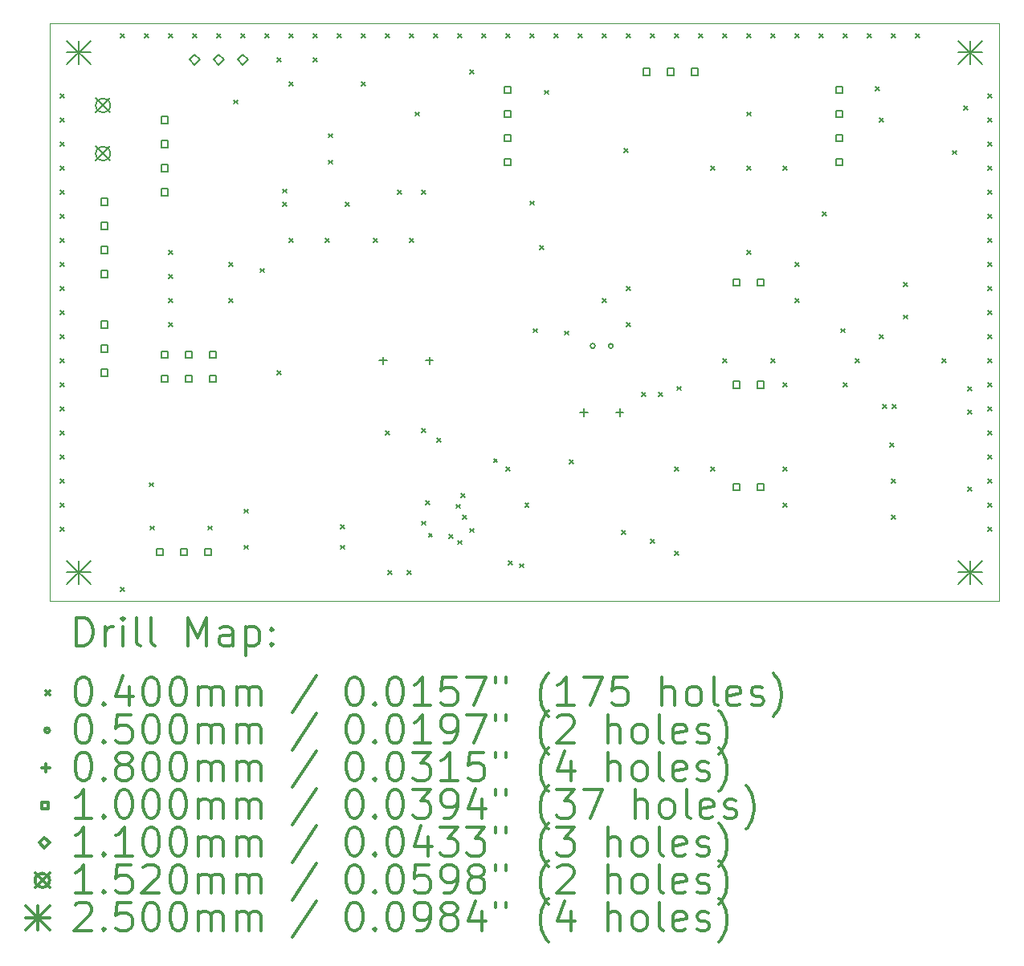
<source format=gbr>
%FSLAX45Y45*%
G04 Gerber Fmt 4.5, Leading zero omitted, Abs format (unit mm)*
G04 Created by KiCad (PCBNEW (5.1.10)-1) date 2021-09-04 13:32:30*
%MOMM*%
%LPD*%
G01*
G04 APERTURE LIST*
%TA.AperFunction,Profile*%
%ADD10C,0.100000*%
%TD*%
%ADD11C,0.200000*%
%ADD12C,0.300000*%
G04 APERTURE END LIST*
D10*
X12700000Y-6604000D02*
X22707600Y-6604000D01*
X12700000Y-12700000D02*
X22707600Y-12700000D01*
X22707600Y-12700000D02*
X22707600Y-6604000D01*
X12700000Y-12700000D02*
X12700000Y-6604000D01*
D11*
X12807000Y-7346000D02*
X12847000Y-7386000D01*
X12847000Y-7346000D02*
X12807000Y-7386000D01*
X12807000Y-7600000D02*
X12847000Y-7640000D01*
X12847000Y-7600000D02*
X12807000Y-7640000D01*
X12807000Y-7854000D02*
X12847000Y-7894000D01*
X12847000Y-7854000D02*
X12807000Y-7894000D01*
X12807000Y-8108000D02*
X12847000Y-8148000D01*
X12847000Y-8108000D02*
X12807000Y-8148000D01*
X12807000Y-8362000D02*
X12847000Y-8402000D01*
X12847000Y-8362000D02*
X12807000Y-8402000D01*
X12807000Y-8616000D02*
X12847000Y-8656000D01*
X12847000Y-8616000D02*
X12807000Y-8656000D01*
X12807000Y-8870000D02*
X12847000Y-8910000D01*
X12847000Y-8870000D02*
X12807000Y-8910000D01*
X12807000Y-9124000D02*
X12847000Y-9164000D01*
X12847000Y-9124000D02*
X12807000Y-9164000D01*
X12807000Y-9378000D02*
X12847000Y-9418000D01*
X12847000Y-9378000D02*
X12807000Y-9418000D01*
X12807000Y-9632000D02*
X12847000Y-9672000D01*
X12847000Y-9632000D02*
X12807000Y-9672000D01*
X12807000Y-9886000D02*
X12847000Y-9926000D01*
X12847000Y-9886000D02*
X12807000Y-9926000D01*
X12807000Y-10140000D02*
X12847000Y-10180000D01*
X12847000Y-10140000D02*
X12807000Y-10180000D01*
X12807000Y-10394000D02*
X12847000Y-10434000D01*
X12847000Y-10394000D02*
X12807000Y-10434000D01*
X12807000Y-10648000D02*
X12847000Y-10688000D01*
X12847000Y-10648000D02*
X12807000Y-10688000D01*
X12807000Y-10902000D02*
X12847000Y-10942000D01*
X12847000Y-10902000D02*
X12807000Y-10942000D01*
X12807000Y-11156000D02*
X12847000Y-11196000D01*
X12847000Y-11156000D02*
X12807000Y-11196000D01*
X12807000Y-11410000D02*
X12847000Y-11450000D01*
X12847000Y-11410000D02*
X12807000Y-11450000D01*
X12807000Y-11664000D02*
X12847000Y-11704000D01*
X12847000Y-11664000D02*
X12807000Y-11704000D01*
X12807000Y-11918000D02*
X12847000Y-11958000D01*
X12847000Y-11918000D02*
X12807000Y-11958000D01*
X13442000Y-6711000D02*
X13482000Y-6751000D01*
X13482000Y-6711000D02*
X13442000Y-6751000D01*
X13442000Y-12553000D02*
X13482000Y-12593000D01*
X13482000Y-12553000D02*
X13442000Y-12593000D01*
X13696000Y-6711000D02*
X13736000Y-6751000D01*
X13736000Y-6711000D02*
X13696000Y-6751000D01*
X13746800Y-11448100D02*
X13786800Y-11488100D01*
X13786800Y-11448100D02*
X13746800Y-11488100D01*
X13759500Y-11905300D02*
X13799500Y-11945300D01*
X13799500Y-11905300D02*
X13759500Y-11945300D01*
X13950000Y-6711000D02*
X13990000Y-6751000D01*
X13990000Y-6711000D02*
X13950000Y-6751000D01*
X13950000Y-8997000D02*
X13990000Y-9037000D01*
X13990000Y-8997000D02*
X13950000Y-9037000D01*
X13950000Y-9251000D02*
X13990000Y-9291000D01*
X13990000Y-9251000D02*
X13950000Y-9291000D01*
X13950000Y-9505000D02*
X13990000Y-9545000D01*
X13990000Y-9505000D02*
X13950000Y-9545000D01*
X13950000Y-9759000D02*
X13990000Y-9799000D01*
X13990000Y-9759000D02*
X13950000Y-9799000D01*
X14204000Y-6711000D02*
X14244000Y-6751000D01*
X14244000Y-6711000D02*
X14204000Y-6751000D01*
X14369100Y-11905300D02*
X14409100Y-11945300D01*
X14409100Y-11905300D02*
X14369100Y-11945300D01*
X14458000Y-6711000D02*
X14498000Y-6751000D01*
X14498000Y-6711000D02*
X14458000Y-6751000D01*
X14585000Y-9124000D02*
X14625000Y-9164000D01*
X14625000Y-9124000D02*
X14585000Y-9164000D01*
X14585000Y-9505000D02*
X14625000Y-9545000D01*
X14625000Y-9505000D02*
X14585000Y-9545000D01*
X14635800Y-7409500D02*
X14675800Y-7449500D01*
X14675800Y-7409500D02*
X14635800Y-7449500D01*
X14712000Y-6711000D02*
X14752000Y-6751000D01*
X14752000Y-6711000D02*
X14712000Y-6751000D01*
X14750100Y-11727500D02*
X14790100Y-11767500D01*
X14790100Y-11727500D02*
X14750100Y-11767500D01*
X14750100Y-12108500D02*
X14790100Y-12148500D01*
X14790100Y-12108500D02*
X14750100Y-12148500D01*
X14915200Y-9187500D02*
X14955200Y-9227500D01*
X14955200Y-9187500D02*
X14915200Y-9227500D01*
X14966000Y-6711000D02*
X15006000Y-6751000D01*
X15006000Y-6711000D02*
X14966000Y-6751000D01*
X15093000Y-6965000D02*
X15133000Y-7005000D01*
X15133000Y-6965000D02*
X15093000Y-7005000D01*
X15093000Y-10267000D02*
X15133000Y-10307000D01*
X15133000Y-10267000D02*
X15093000Y-10307000D01*
X15156500Y-8349300D02*
X15196500Y-8389300D01*
X15196500Y-8349300D02*
X15156500Y-8389300D01*
X15156500Y-8489000D02*
X15196500Y-8529000D01*
X15196500Y-8489000D02*
X15156500Y-8529000D01*
X15220000Y-6711000D02*
X15260000Y-6751000D01*
X15260000Y-6711000D02*
X15220000Y-6751000D01*
X15220000Y-7219000D02*
X15260000Y-7259000D01*
X15260000Y-7219000D02*
X15220000Y-7259000D01*
X15220000Y-8870000D02*
X15260000Y-8910000D01*
X15260000Y-8870000D02*
X15220000Y-8910000D01*
X15474000Y-6711000D02*
X15514000Y-6751000D01*
X15514000Y-6711000D02*
X15474000Y-6751000D01*
X15474000Y-6965000D02*
X15514000Y-7005000D01*
X15514000Y-6965000D02*
X15474000Y-7005000D01*
X15601000Y-8870000D02*
X15641000Y-8910000D01*
X15641000Y-8870000D02*
X15601000Y-8910000D01*
X15639100Y-7765100D02*
X15679100Y-7805100D01*
X15679100Y-7765100D02*
X15639100Y-7805100D01*
X15639100Y-8044500D02*
X15679100Y-8084500D01*
X15679100Y-8044500D02*
X15639100Y-8084500D01*
X15728000Y-6711000D02*
X15768000Y-6751000D01*
X15768000Y-6711000D02*
X15728000Y-6751000D01*
X15766100Y-11892600D02*
X15806100Y-11932600D01*
X15806100Y-11892600D02*
X15766100Y-11932600D01*
X15766100Y-12108500D02*
X15806100Y-12148500D01*
X15806100Y-12108500D02*
X15766100Y-12148500D01*
X15816900Y-8489000D02*
X15856900Y-8529000D01*
X15856900Y-8489000D02*
X15816900Y-8529000D01*
X15982000Y-6711000D02*
X16022000Y-6751000D01*
X16022000Y-6711000D02*
X15982000Y-6751000D01*
X15982000Y-7219000D02*
X16022000Y-7259000D01*
X16022000Y-7219000D02*
X15982000Y-7259000D01*
X16109000Y-8870000D02*
X16149000Y-8910000D01*
X16149000Y-8870000D02*
X16109000Y-8910000D01*
X16236000Y-6711000D02*
X16276000Y-6751000D01*
X16276000Y-6711000D02*
X16236000Y-6751000D01*
X16236000Y-10902000D02*
X16276000Y-10942000D01*
X16276000Y-10902000D02*
X16236000Y-10942000D01*
X16261400Y-12375200D02*
X16301400Y-12415200D01*
X16301400Y-12375200D02*
X16261400Y-12415200D01*
X16363000Y-8362000D02*
X16403000Y-8402000D01*
X16403000Y-8362000D02*
X16363000Y-8402000D01*
X16464600Y-12375200D02*
X16504600Y-12415200D01*
X16504600Y-12375200D02*
X16464600Y-12415200D01*
X16490000Y-6711000D02*
X16530000Y-6751000D01*
X16530000Y-6711000D02*
X16490000Y-6751000D01*
X16490000Y-8870000D02*
X16530000Y-8910000D01*
X16530000Y-8870000D02*
X16490000Y-8910000D01*
X16553500Y-7536500D02*
X16593500Y-7576500D01*
X16593500Y-7536500D02*
X16553500Y-7576500D01*
X16617000Y-8362000D02*
X16657000Y-8402000D01*
X16657000Y-8362000D02*
X16617000Y-8402000D01*
X16617000Y-10876600D02*
X16657000Y-10916600D01*
X16657000Y-10876600D02*
X16617000Y-10916600D01*
X16617000Y-11854500D02*
X16657000Y-11894500D01*
X16657000Y-11854500D02*
X16617000Y-11894500D01*
X16662470Y-11638600D02*
X16702470Y-11678600D01*
X16702470Y-11638600D02*
X16662470Y-11678600D01*
X16691430Y-11981500D02*
X16731430Y-12021500D01*
X16731430Y-11981500D02*
X16691430Y-12021500D01*
X16744000Y-6711000D02*
X16784000Y-6751000D01*
X16784000Y-6711000D02*
X16744000Y-6751000D01*
X16782100Y-10978200D02*
X16822100Y-11018200D01*
X16822100Y-10978200D02*
X16782100Y-11018200D01*
X16909100Y-11994200D02*
X16949100Y-12034200D01*
X16949100Y-11994200D02*
X16909100Y-12034200D01*
X16985300Y-11676700D02*
X17025300Y-11716700D01*
X17025300Y-11676700D02*
X16985300Y-11716700D01*
X16998000Y-6711000D02*
X17038000Y-6751000D01*
X17038000Y-6711000D02*
X16998000Y-6751000D01*
X16998000Y-12057700D02*
X17038000Y-12097700D01*
X17038000Y-12057700D02*
X16998000Y-12097700D01*
X17036100Y-11562400D02*
X17076100Y-11602400D01*
X17076100Y-11562400D02*
X17036100Y-11602400D01*
X17048800Y-11791000D02*
X17088800Y-11831000D01*
X17088800Y-11791000D02*
X17048800Y-11831000D01*
X17125000Y-7092000D02*
X17165000Y-7132000D01*
X17165000Y-7092000D02*
X17125000Y-7132000D01*
X17125000Y-11930700D02*
X17165000Y-11970700D01*
X17165000Y-11930700D02*
X17125000Y-11970700D01*
X17252000Y-6711000D02*
X17292000Y-6751000D01*
X17292000Y-6711000D02*
X17252000Y-6751000D01*
X17377730Y-11195370D02*
X17417730Y-11235370D01*
X17417730Y-11195370D02*
X17377730Y-11235370D01*
X17506000Y-6711000D02*
X17546000Y-6751000D01*
X17546000Y-6711000D02*
X17506000Y-6751000D01*
X17506000Y-11283000D02*
X17546000Y-11323000D01*
X17546000Y-11283000D02*
X17506000Y-11323000D01*
X17531400Y-12273600D02*
X17571400Y-12313600D01*
X17571400Y-12273600D02*
X17531400Y-12313600D01*
X17653320Y-12304080D02*
X17693320Y-12344080D01*
X17693320Y-12304080D02*
X17653320Y-12344080D01*
X17707200Y-11666000D02*
X17747200Y-11706000D01*
X17747200Y-11666000D02*
X17707200Y-11706000D01*
X17760000Y-6711000D02*
X17800000Y-6751000D01*
X17800000Y-6711000D02*
X17760000Y-6751000D01*
X17760000Y-8476300D02*
X17800000Y-8516300D01*
X17800000Y-8476300D02*
X17760000Y-8516300D01*
X17798100Y-9822500D02*
X17838100Y-9862500D01*
X17838100Y-9822500D02*
X17798100Y-9862500D01*
X17863200Y-8944600D02*
X17903200Y-8984600D01*
X17903200Y-8944600D02*
X17863200Y-8984600D01*
X17912400Y-7307900D02*
X17952400Y-7347900D01*
X17952400Y-7307900D02*
X17912400Y-7347900D01*
X18014000Y-6711000D02*
X18054000Y-6751000D01*
X18054000Y-6711000D02*
X18014000Y-6751000D01*
X18126700Y-9849500D02*
X18166700Y-9889500D01*
X18166700Y-9849500D02*
X18126700Y-9889500D01*
X18179100Y-11206800D02*
X18219100Y-11246800D01*
X18219100Y-11206800D02*
X18179100Y-11246800D01*
X18268000Y-6711000D02*
X18308000Y-6751000D01*
X18308000Y-6711000D02*
X18268000Y-6751000D01*
X18522000Y-6711000D02*
X18562000Y-6751000D01*
X18562000Y-6711000D02*
X18522000Y-6751000D01*
X18522000Y-9505000D02*
X18562000Y-9545000D01*
X18562000Y-9505000D02*
X18522000Y-9545000D01*
X18728500Y-11952800D02*
X18768500Y-11992800D01*
X18768500Y-11952800D02*
X18728500Y-11992800D01*
X18753140Y-7920040D02*
X18793140Y-7960040D01*
X18793140Y-7920040D02*
X18753140Y-7960040D01*
X18776000Y-6711000D02*
X18816000Y-6751000D01*
X18816000Y-6711000D02*
X18776000Y-6751000D01*
X18776000Y-9378000D02*
X18816000Y-9418000D01*
X18816000Y-9378000D02*
X18776000Y-9418000D01*
X18776000Y-9759000D02*
X18816000Y-9799000D01*
X18816000Y-9759000D02*
X18776000Y-9799000D01*
X18941100Y-10495600D02*
X18981100Y-10535600D01*
X18981100Y-10495600D02*
X18941100Y-10535600D01*
X19030000Y-6711000D02*
X19070000Y-6751000D01*
X19070000Y-6711000D02*
X19030000Y-6751000D01*
X19030000Y-12045000D02*
X19070000Y-12085000D01*
X19070000Y-12045000D02*
X19030000Y-12085000D01*
X19118900Y-10495600D02*
X19158900Y-10535600D01*
X19158900Y-10495600D02*
X19118900Y-10535600D01*
X19284000Y-6711000D02*
X19324000Y-6751000D01*
X19324000Y-6711000D02*
X19284000Y-6751000D01*
X19284000Y-11283000D02*
X19324000Y-11323000D01*
X19324000Y-11283000D02*
X19284000Y-11323000D01*
X19284000Y-12172000D02*
X19324000Y-12212000D01*
X19324000Y-12172000D02*
X19284000Y-12212000D01*
X19309400Y-10432100D02*
X19349400Y-10472100D01*
X19349400Y-10432100D02*
X19309400Y-10472100D01*
X19538000Y-6711000D02*
X19578000Y-6751000D01*
X19578000Y-6711000D02*
X19538000Y-6751000D01*
X19665000Y-8108000D02*
X19705000Y-8148000D01*
X19705000Y-8108000D02*
X19665000Y-8148000D01*
X19665000Y-11283000D02*
X19705000Y-11323000D01*
X19705000Y-11283000D02*
X19665000Y-11323000D01*
X19792000Y-6711000D02*
X19832000Y-6751000D01*
X19832000Y-6711000D02*
X19792000Y-6751000D01*
X19792000Y-10140000D02*
X19832000Y-10180000D01*
X19832000Y-10140000D02*
X19792000Y-10180000D01*
X20046000Y-6711000D02*
X20086000Y-6751000D01*
X20086000Y-6711000D02*
X20046000Y-6751000D01*
X20046000Y-7536500D02*
X20086000Y-7576500D01*
X20086000Y-7536500D02*
X20046000Y-7576500D01*
X20046000Y-8108000D02*
X20086000Y-8148000D01*
X20086000Y-8108000D02*
X20046000Y-8148000D01*
X20046000Y-8997000D02*
X20086000Y-9037000D01*
X20086000Y-8997000D02*
X20046000Y-9037000D01*
X20300000Y-6711000D02*
X20340000Y-6751000D01*
X20340000Y-6711000D02*
X20300000Y-6751000D01*
X20300000Y-10140000D02*
X20340000Y-10180000D01*
X20340000Y-10140000D02*
X20300000Y-10180000D01*
X20427000Y-8108000D02*
X20467000Y-8148000D01*
X20467000Y-8108000D02*
X20427000Y-8148000D01*
X20427000Y-10394000D02*
X20467000Y-10434000D01*
X20467000Y-10394000D02*
X20427000Y-10434000D01*
X20427000Y-11283000D02*
X20467000Y-11323000D01*
X20467000Y-11283000D02*
X20427000Y-11323000D01*
X20427000Y-11664000D02*
X20467000Y-11704000D01*
X20467000Y-11664000D02*
X20427000Y-11704000D01*
X20554000Y-6711000D02*
X20594000Y-6751000D01*
X20594000Y-6711000D02*
X20554000Y-6751000D01*
X20554000Y-9124000D02*
X20594000Y-9164000D01*
X20594000Y-9124000D02*
X20554000Y-9164000D01*
X20554000Y-9505000D02*
X20594000Y-9545000D01*
X20594000Y-9505000D02*
X20554000Y-9545000D01*
X20808000Y-6711000D02*
X20848000Y-6751000D01*
X20848000Y-6711000D02*
X20808000Y-6751000D01*
X20846100Y-8590600D02*
X20886100Y-8630600D01*
X20886100Y-8590600D02*
X20846100Y-8630600D01*
X21036600Y-9822500D02*
X21076600Y-9862500D01*
X21076600Y-9822500D02*
X21036600Y-9862500D01*
X21062000Y-6711000D02*
X21102000Y-6751000D01*
X21102000Y-6711000D02*
X21062000Y-6751000D01*
X21062000Y-10394000D02*
X21102000Y-10434000D01*
X21102000Y-10394000D02*
X21062000Y-10434000D01*
X21189000Y-10140000D02*
X21229000Y-10180000D01*
X21229000Y-10140000D02*
X21189000Y-10180000D01*
X21316000Y-6711000D02*
X21356000Y-6751000D01*
X21356000Y-6711000D02*
X21316000Y-6751000D01*
X21404700Y-7269600D02*
X21444700Y-7309600D01*
X21444700Y-7269600D02*
X21404700Y-7309600D01*
X21443000Y-7600000D02*
X21483000Y-7640000D01*
X21483000Y-7600000D02*
X21443000Y-7640000D01*
X21443000Y-9886000D02*
X21483000Y-9926000D01*
X21483000Y-9886000D02*
X21443000Y-9926000D01*
X21481100Y-10622600D02*
X21521100Y-10662600D01*
X21521100Y-10622600D02*
X21481100Y-10662600D01*
X21557800Y-11029500D02*
X21597800Y-11069500D01*
X21597800Y-11029500D02*
X21557800Y-11069500D01*
X21570000Y-6711000D02*
X21610000Y-6751000D01*
X21610000Y-6711000D02*
X21570000Y-6751000D01*
X21570000Y-11410000D02*
X21610000Y-11450000D01*
X21610000Y-11410000D02*
X21570000Y-11450000D01*
X21570000Y-11791000D02*
X21610000Y-11831000D01*
X21610000Y-11791000D02*
X21570000Y-11831000D01*
X21582700Y-10622600D02*
X21622700Y-10662600D01*
X21622700Y-10622600D02*
X21582700Y-10662600D01*
X21699500Y-9337400D02*
X21739500Y-9377400D01*
X21739500Y-9337400D02*
X21699500Y-9377400D01*
X21699500Y-9680300D02*
X21739500Y-9720300D01*
X21739500Y-9680300D02*
X21699500Y-9720300D01*
X21824000Y-6711000D02*
X21864000Y-6751000D01*
X21864000Y-6711000D02*
X21824000Y-6751000D01*
X22103900Y-10139500D02*
X22143900Y-10179500D01*
X22143900Y-10139500D02*
X22103900Y-10179500D01*
X22217700Y-7942900D02*
X22257700Y-7982900D01*
X22257700Y-7942900D02*
X22217700Y-7982900D01*
X22332000Y-7473000D02*
X22372000Y-7513000D01*
X22372000Y-7473000D02*
X22332000Y-7513000D01*
X22375700Y-10439200D02*
X22415700Y-10479200D01*
X22415700Y-10439200D02*
X22375700Y-10479200D01*
X22375700Y-10680500D02*
X22415700Y-10720500D01*
X22415700Y-10680500D02*
X22375700Y-10720500D01*
X22375700Y-11493300D02*
X22415700Y-11533300D01*
X22415700Y-11493300D02*
X22375700Y-11533300D01*
X22586000Y-7346000D02*
X22626000Y-7386000D01*
X22626000Y-7346000D02*
X22586000Y-7386000D01*
X22586000Y-7600000D02*
X22626000Y-7640000D01*
X22626000Y-7600000D02*
X22586000Y-7640000D01*
X22586000Y-7854000D02*
X22626000Y-7894000D01*
X22626000Y-7854000D02*
X22586000Y-7894000D01*
X22586000Y-8108000D02*
X22626000Y-8148000D01*
X22626000Y-8108000D02*
X22586000Y-8148000D01*
X22586000Y-8362000D02*
X22626000Y-8402000D01*
X22626000Y-8362000D02*
X22586000Y-8402000D01*
X22586000Y-8616000D02*
X22626000Y-8656000D01*
X22626000Y-8616000D02*
X22586000Y-8656000D01*
X22586000Y-8870000D02*
X22626000Y-8910000D01*
X22626000Y-8870000D02*
X22586000Y-8910000D01*
X22586000Y-9124000D02*
X22626000Y-9164000D01*
X22626000Y-9124000D02*
X22586000Y-9164000D01*
X22586000Y-9378000D02*
X22626000Y-9418000D01*
X22626000Y-9378000D02*
X22586000Y-9418000D01*
X22586000Y-9632000D02*
X22626000Y-9672000D01*
X22626000Y-9632000D02*
X22586000Y-9672000D01*
X22586000Y-9886000D02*
X22626000Y-9926000D01*
X22626000Y-9886000D02*
X22586000Y-9926000D01*
X22586000Y-10140000D02*
X22626000Y-10180000D01*
X22626000Y-10140000D02*
X22586000Y-10180000D01*
X22586000Y-10394000D02*
X22626000Y-10434000D01*
X22626000Y-10394000D02*
X22586000Y-10434000D01*
X22586000Y-10648000D02*
X22626000Y-10688000D01*
X22626000Y-10648000D02*
X22586000Y-10688000D01*
X22586000Y-10902000D02*
X22626000Y-10942000D01*
X22626000Y-10902000D02*
X22586000Y-10942000D01*
X22586000Y-11156000D02*
X22626000Y-11196000D01*
X22626000Y-11156000D02*
X22586000Y-11196000D01*
X22586000Y-11410000D02*
X22626000Y-11450000D01*
X22626000Y-11410000D02*
X22586000Y-11450000D01*
X22586000Y-11664000D02*
X22626000Y-11704000D01*
X22626000Y-11664000D02*
X22586000Y-11704000D01*
X22586000Y-11918000D02*
X22626000Y-11958000D01*
X22626000Y-11918000D02*
X22586000Y-11958000D01*
X18446600Y-10006100D02*
G75*
G03*
X18446600Y-10006100I-25000J0D01*
G01*
X18636600Y-10006100D02*
G75*
G03*
X18636600Y-10006100I-25000J0D01*
G01*
X16212500Y-10120000D02*
X16212500Y-10200000D01*
X16172500Y-10160000D02*
X16252500Y-10160000D01*
X16700500Y-10120000D02*
X16700500Y-10200000D01*
X16660500Y-10160000D02*
X16740500Y-10160000D01*
X18326600Y-10666100D02*
X18326600Y-10746100D01*
X18286600Y-10706100D02*
X18366600Y-10706100D01*
X18706600Y-10666100D02*
X18706600Y-10746100D01*
X18666600Y-10706100D02*
X18746600Y-10706100D01*
X13306856Y-8518956D02*
X13306856Y-8448244D01*
X13236144Y-8448244D01*
X13236144Y-8518956D01*
X13306856Y-8518956D01*
X13306856Y-8772956D02*
X13306856Y-8702244D01*
X13236144Y-8702244D01*
X13236144Y-8772956D01*
X13306856Y-8772956D01*
X13306856Y-9026956D02*
X13306856Y-8956244D01*
X13236144Y-8956244D01*
X13236144Y-9026956D01*
X13306856Y-9026956D01*
X13306856Y-9280956D02*
X13306856Y-9210244D01*
X13236144Y-9210244D01*
X13236144Y-9280956D01*
X13306856Y-9280956D01*
X13306856Y-9814356D02*
X13306856Y-9743644D01*
X13236144Y-9743644D01*
X13236144Y-9814356D01*
X13306856Y-9814356D01*
X13306856Y-10068356D02*
X13306856Y-9997644D01*
X13236144Y-9997644D01*
X13236144Y-10068356D01*
X13306856Y-10068356D01*
X13306856Y-10322356D02*
X13306856Y-10251644D01*
X13236144Y-10251644D01*
X13236144Y-10322356D01*
X13306856Y-10322356D01*
X13891056Y-12214656D02*
X13891056Y-12143944D01*
X13820344Y-12143944D01*
X13820344Y-12214656D01*
X13891056Y-12214656D01*
X13941856Y-7655356D02*
X13941856Y-7584644D01*
X13871144Y-7584644D01*
X13871144Y-7655356D01*
X13941856Y-7655356D01*
X13941856Y-7909356D02*
X13941856Y-7838644D01*
X13871144Y-7838644D01*
X13871144Y-7909356D01*
X13941856Y-7909356D01*
X13941856Y-8163356D02*
X13941856Y-8092644D01*
X13871144Y-8092644D01*
X13871144Y-8163356D01*
X13941856Y-8163356D01*
X13941856Y-8417356D02*
X13941856Y-8346644D01*
X13871144Y-8346644D01*
X13871144Y-8417356D01*
X13941856Y-8417356D01*
X13941856Y-10131856D02*
X13941856Y-10061144D01*
X13871144Y-10061144D01*
X13871144Y-10131856D01*
X13941856Y-10131856D01*
X13941856Y-10385856D02*
X13941856Y-10315144D01*
X13871144Y-10315144D01*
X13871144Y-10385856D01*
X13941856Y-10385856D01*
X14145056Y-12214656D02*
X14145056Y-12143944D01*
X14074344Y-12143944D01*
X14074344Y-12214656D01*
X14145056Y-12214656D01*
X14195856Y-10131856D02*
X14195856Y-10061144D01*
X14125144Y-10061144D01*
X14125144Y-10131856D01*
X14195856Y-10131856D01*
X14195856Y-10385856D02*
X14195856Y-10315144D01*
X14125144Y-10315144D01*
X14125144Y-10385856D01*
X14195856Y-10385856D01*
X14399056Y-12214656D02*
X14399056Y-12143944D01*
X14328344Y-12143944D01*
X14328344Y-12214656D01*
X14399056Y-12214656D01*
X14449856Y-10131856D02*
X14449856Y-10061144D01*
X14379144Y-10061144D01*
X14379144Y-10131856D01*
X14449856Y-10131856D01*
X14449856Y-10385856D02*
X14449856Y-10315144D01*
X14379144Y-10315144D01*
X14379144Y-10385856D01*
X14449856Y-10385856D01*
X17561356Y-7337856D02*
X17561356Y-7267144D01*
X17490644Y-7267144D01*
X17490644Y-7337856D01*
X17561356Y-7337856D01*
X17561356Y-7591856D02*
X17561356Y-7521144D01*
X17490644Y-7521144D01*
X17490644Y-7591856D01*
X17561356Y-7591856D01*
X17561356Y-7845856D02*
X17561356Y-7775144D01*
X17490644Y-7775144D01*
X17490644Y-7845856D01*
X17561356Y-7845856D01*
X17561356Y-8099856D02*
X17561356Y-8029144D01*
X17490644Y-8029144D01*
X17490644Y-8099856D01*
X17561356Y-8099856D01*
X19021856Y-7147356D02*
X19021856Y-7076644D01*
X18951144Y-7076644D01*
X18951144Y-7147356D01*
X19021856Y-7147356D01*
X19275856Y-7147356D02*
X19275856Y-7076644D01*
X19205144Y-7076644D01*
X19205144Y-7147356D01*
X19275856Y-7147356D01*
X19529856Y-7147356D02*
X19529856Y-7076644D01*
X19459144Y-7076644D01*
X19459144Y-7147356D01*
X19529856Y-7147356D01*
X19974356Y-9369856D02*
X19974356Y-9299144D01*
X19903644Y-9299144D01*
X19903644Y-9369856D01*
X19974356Y-9369856D01*
X19974356Y-10449356D02*
X19974356Y-10378644D01*
X19903644Y-10378644D01*
X19903644Y-10449356D01*
X19974356Y-10449356D01*
X19974356Y-11528856D02*
X19974356Y-11458144D01*
X19903644Y-11458144D01*
X19903644Y-11528856D01*
X19974356Y-11528856D01*
X20228356Y-9369856D02*
X20228356Y-9299144D01*
X20157644Y-9299144D01*
X20157644Y-9369856D01*
X20228356Y-9369856D01*
X20228356Y-10449356D02*
X20228356Y-10378644D01*
X20157644Y-10378644D01*
X20157644Y-10449356D01*
X20228356Y-10449356D01*
X20228356Y-11528856D02*
X20228356Y-11458144D01*
X20157644Y-11458144D01*
X20157644Y-11528856D01*
X20228356Y-11528856D01*
X21053856Y-7337856D02*
X21053856Y-7267144D01*
X20983144Y-7267144D01*
X20983144Y-7337856D01*
X21053856Y-7337856D01*
X21053856Y-7591856D02*
X21053856Y-7521144D01*
X20983144Y-7521144D01*
X20983144Y-7591856D01*
X21053856Y-7591856D01*
X21053856Y-7845856D02*
X21053856Y-7775144D01*
X20983144Y-7775144D01*
X20983144Y-7845856D01*
X21053856Y-7845856D01*
X21053856Y-8099856D02*
X21053856Y-8029144D01*
X20983144Y-8029144D01*
X20983144Y-8099856D01*
X21053856Y-8099856D01*
X14224000Y-7040000D02*
X14279000Y-6985000D01*
X14224000Y-6930000D01*
X14169000Y-6985000D01*
X14224000Y-7040000D01*
X14478000Y-7040000D02*
X14533000Y-6985000D01*
X14478000Y-6930000D01*
X14423000Y-6985000D01*
X14478000Y-7040000D01*
X14732000Y-7040000D02*
X14787000Y-6985000D01*
X14732000Y-6930000D01*
X14677000Y-6985000D01*
X14732000Y-7040000D01*
X13182800Y-7391600D02*
X13334800Y-7543600D01*
X13334800Y-7391600D02*
X13182800Y-7543600D01*
X13334800Y-7467600D02*
G75*
G03*
X13334800Y-7467600I-76000J0D01*
G01*
X13182800Y-7899600D02*
X13334800Y-8051600D01*
X13334800Y-7899600D02*
X13182800Y-8051600D01*
X13334800Y-7975600D02*
G75*
G03*
X13334800Y-7975600I-76000J0D01*
G01*
X12879800Y-6783800D02*
X13129800Y-7033800D01*
X13129800Y-6783800D02*
X12879800Y-7033800D01*
X13004800Y-6783800D02*
X13004800Y-7033800D01*
X12879800Y-6908800D02*
X13129800Y-6908800D01*
X12879800Y-12270200D02*
X13129800Y-12520200D01*
X13129800Y-12270200D02*
X12879800Y-12520200D01*
X13004800Y-12270200D02*
X13004800Y-12520200D01*
X12879800Y-12395200D02*
X13129800Y-12395200D01*
X22277800Y-6783800D02*
X22527800Y-7033800D01*
X22527800Y-6783800D02*
X22277800Y-7033800D01*
X22402800Y-6783800D02*
X22402800Y-7033800D01*
X22277800Y-6908800D02*
X22527800Y-6908800D01*
X22277800Y-12270200D02*
X22527800Y-12520200D01*
X22527800Y-12270200D02*
X22277800Y-12520200D01*
X22402800Y-12270200D02*
X22402800Y-12520200D01*
X22277800Y-12395200D02*
X22527800Y-12395200D01*
D12*
X12981428Y-13170714D02*
X12981428Y-12870714D01*
X13052857Y-12870714D01*
X13095714Y-12885000D01*
X13124286Y-12913571D01*
X13138571Y-12942143D01*
X13152857Y-12999286D01*
X13152857Y-13042143D01*
X13138571Y-13099286D01*
X13124286Y-13127857D01*
X13095714Y-13156429D01*
X13052857Y-13170714D01*
X12981428Y-13170714D01*
X13281428Y-13170714D02*
X13281428Y-12970714D01*
X13281428Y-13027857D02*
X13295714Y-12999286D01*
X13310000Y-12985000D01*
X13338571Y-12970714D01*
X13367143Y-12970714D01*
X13467143Y-13170714D02*
X13467143Y-12970714D01*
X13467143Y-12870714D02*
X13452857Y-12885000D01*
X13467143Y-12899286D01*
X13481428Y-12885000D01*
X13467143Y-12870714D01*
X13467143Y-12899286D01*
X13652857Y-13170714D02*
X13624286Y-13156429D01*
X13610000Y-13127857D01*
X13610000Y-12870714D01*
X13810000Y-13170714D02*
X13781428Y-13156429D01*
X13767143Y-13127857D01*
X13767143Y-12870714D01*
X14152857Y-13170714D02*
X14152857Y-12870714D01*
X14252857Y-13085000D01*
X14352857Y-12870714D01*
X14352857Y-13170714D01*
X14624286Y-13170714D02*
X14624286Y-13013571D01*
X14610000Y-12985000D01*
X14581428Y-12970714D01*
X14524286Y-12970714D01*
X14495714Y-12985000D01*
X14624286Y-13156429D02*
X14595714Y-13170714D01*
X14524286Y-13170714D01*
X14495714Y-13156429D01*
X14481428Y-13127857D01*
X14481428Y-13099286D01*
X14495714Y-13070714D01*
X14524286Y-13056429D01*
X14595714Y-13056429D01*
X14624286Y-13042143D01*
X14767143Y-12970714D02*
X14767143Y-13270714D01*
X14767143Y-12985000D02*
X14795714Y-12970714D01*
X14852857Y-12970714D01*
X14881428Y-12985000D01*
X14895714Y-12999286D01*
X14910000Y-13027857D01*
X14910000Y-13113571D01*
X14895714Y-13142143D01*
X14881428Y-13156429D01*
X14852857Y-13170714D01*
X14795714Y-13170714D01*
X14767143Y-13156429D01*
X15038571Y-13142143D02*
X15052857Y-13156429D01*
X15038571Y-13170714D01*
X15024286Y-13156429D01*
X15038571Y-13142143D01*
X15038571Y-13170714D01*
X15038571Y-12985000D02*
X15052857Y-12999286D01*
X15038571Y-13013571D01*
X15024286Y-12999286D01*
X15038571Y-12985000D01*
X15038571Y-13013571D01*
X12655000Y-13645000D02*
X12695000Y-13685000D01*
X12695000Y-13645000D02*
X12655000Y-13685000D01*
X13038571Y-13500714D02*
X13067143Y-13500714D01*
X13095714Y-13515000D01*
X13110000Y-13529286D01*
X13124286Y-13557857D01*
X13138571Y-13615000D01*
X13138571Y-13686429D01*
X13124286Y-13743571D01*
X13110000Y-13772143D01*
X13095714Y-13786429D01*
X13067143Y-13800714D01*
X13038571Y-13800714D01*
X13010000Y-13786429D01*
X12995714Y-13772143D01*
X12981428Y-13743571D01*
X12967143Y-13686429D01*
X12967143Y-13615000D01*
X12981428Y-13557857D01*
X12995714Y-13529286D01*
X13010000Y-13515000D01*
X13038571Y-13500714D01*
X13267143Y-13772143D02*
X13281428Y-13786429D01*
X13267143Y-13800714D01*
X13252857Y-13786429D01*
X13267143Y-13772143D01*
X13267143Y-13800714D01*
X13538571Y-13600714D02*
X13538571Y-13800714D01*
X13467143Y-13486429D02*
X13395714Y-13700714D01*
X13581428Y-13700714D01*
X13752857Y-13500714D02*
X13781428Y-13500714D01*
X13810000Y-13515000D01*
X13824286Y-13529286D01*
X13838571Y-13557857D01*
X13852857Y-13615000D01*
X13852857Y-13686429D01*
X13838571Y-13743571D01*
X13824286Y-13772143D01*
X13810000Y-13786429D01*
X13781428Y-13800714D01*
X13752857Y-13800714D01*
X13724286Y-13786429D01*
X13710000Y-13772143D01*
X13695714Y-13743571D01*
X13681428Y-13686429D01*
X13681428Y-13615000D01*
X13695714Y-13557857D01*
X13710000Y-13529286D01*
X13724286Y-13515000D01*
X13752857Y-13500714D01*
X14038571Y-13500714D02*
X14067143Y-13500714D01*
X14095714Y-13515000D01*
X14110000Y-13529286D01*
X14124286Y-13557857D01*
X14138571Y-13615000D01*
X14138571Y-13686429D01*
X14124286Y-13743571D01*
X14110000Y-13772143D01*
X14095714Y-13786429D01*
X14067143Y-13800714D01*
X14038571Y-13800714D01*
X14010000Y-13786429D01*
X13995714Y-13772143D01*
X13981428Y-13743571D01*
X13967143Y-13686429D01*
X13967143Y-13615000D01*
X13981428Y-13557857D01*
X13995714Y-13529286D01*
X14010000Y-13515000D01*
X14038571Y-13500714D01*
X14267143Y-13800714D02*
X14267143Y-13600714D01*
X14267143Y-13629286D02*
X14281428Y-13615000D01*
X14310000Y-13600714D01*
X14352857Y-13600714D01*
X14381428Y-13615000D01*
X14395714Y-13643571D01*
X14395714Y-13800714D01*
X14395714Y-13643571D02*
X14410000Y-13615000D01*
X14438571Y-13600714D01*
X14481428Y-13600714D01*
X14510000Y-13615000D01*
X14524286Y-13643571D01*
X14524286Y-13800714D01*
X14667143Y-13800714D02*
X14667143Y-13600714D01*
X14667143Y-13629286D02*
X14681428Y-13615000D01*
X14710000Y-13600714D01*
X14752857Y-13600714D01*
X14781428Y-13615000D01*
X14795714Y-13643571D01*
X14795714Y-13800714D01*
X14795714Y-13643571D02*
X14810000Y-13615000D01*
X14838571Y-13600714D01*
X14881428Y-13600714D01*
X14910000Y-13615000D01*
X14924286Y-13643571D01*
X14924286Y-13800714D01*
X15510000Y-13486429D02*
X15252857Y-13872143D01*
X15895714Y-13500714D02*
X15924286Y-13500714D01*
X15952857Y-13515000D01*
X15967143Y-13529286D01*
X15981428Y-13557857D01*
X15995714Y-13615000D01*
X15995714Y-13686429D01*
X15981428Y-13743571D01*
X15967143Y-13772143D01*
X15952857Y-13786429D01*
X15924286Y-13800714D01*
X15895714Y-13800714D01*
X15867143Y-13786429D01*
X15852857Y-13772143D01*
X15838571Y-13743571D01*
X15824286Y-13686429D01*
X15824286Y-13615000D01*
X15838571Y-13557857D01*
X15852857Y-13529286D01*
X15867143Y-13515000D01*
X15895714Y-13500714D01*
X16124286Y-13772143D02*
X16138571Y-13786429D01*
X16124286Y-13800714D01*
X16110000Y-13786429D01*
X16124286Y-13772143D01*
X16124286Y-13800714D01*
X16324286Y-13500714D02*
X16352857Y-13500714D01*
X16381428Y-13515000D01*
X16395714Y-13529286D01*
X16410000Y-13557857D01*
X16424286Y-13615000D01*
X16424286Y-13686429D01*
X16410000Y-13743571D01*
X16395714Y-13772143D01*
X16381428Y-13786429D01*
X16352857Y-13800714D01*
X16324286Y-13800714D01*
X16295714Y-13786429D01*
X16281428Y-13772143D01*
X16267143Y-13743571D01*
X16252857Y-13686429D01*
X16252857Y-13615000D01*
X16267143Y-13557857D01*
X16281428Y-13529286D01*
X16295714Y-13515000D01*
X16324286Y-13500714D01*
X16710000Y-13800714D02*
X16538571Y-13800714D01*
X16624286Y-13800714D02*
X16624286Y-13500714D01*
X16595714Y-13543571D01*
X16567143Y-13572143D01*
X16538571Y-13586429D01*
X16981428Y-13500714D02*
X16838571Y-13500714D01*
X16824286Y-13643571D01*
X16838571Y-13629286D01*
X16867143Y-13615000D01*
X16938571Y-13615000D01*
X16967143Y-13629286D01*
X16981428Y-13643571D01*
X16995714Y-13672143D01*
X16995714Y-13743571D01*
X16981428Y-13772143D01*
X16967143Y-13786429D01*
X16938571Y-13800714D01*
X16867143Y-13800714D01*
X16838571Y-13786429D01*
X16824286Y-13772143D01*
X17095714Y-13500714D02*
X17295714Y-13500714D01*
X17167143Y-13800714D01*
X17395714Y-13500714D02*
X17395714Y-13557857D01*
X17510000Y-13500714D02*
X17510000Y-13557857D01*
X17952857Y-13915000D02*
X17938571Y-13900714D01*
X17910000Y-13857857D01*
X17895714Y-13829286D01*
X17881428Y-13786429D01*
X17867143Y-13715000D01*
X17867143Y-13657857D01*
X17881428Y-13586429D01*
X17895714Y-13543571D01*
X17910000Y-13515000D01*
X17938571Y-13472143D01*
X17952857Y-13457857D01*
X18224286Y-13800714D02*
X18052857Y-13800714D01*
X18138571Y-13800714D02*
X18138571Y-13500714D01*
X18110000Y-13543571D01*
X18081428Y-13572143D01*
X18052857Y-13586429D01*
X18324286Y-13500714D02*
X18524286Y-13500714D01*
X18395714Y-13800714D01*
X18781428Y-13500714D02*
X18638571Y-13500714D01*
X18624286Y-13643571D01*
X18638571Y-13629286D01*
X18667143Y-13615000D01*
X18738571Y-13615000D01*
X18767143Y-13629286D01*
X18781428Y-13643571D01*
X18795714Y-13672143D01*
X18795714Y-13743571D01*
X18781428Y-13772143D01*
X18767143Y-13786429D01*
X18738571Y-13800714D01*
X18667143Y-13800714D01*
X18638571Y-13786429D01*
X18624286Y-13772143D01*
X19152857Y-13800714D02*
X19152857Y-13500714D01*
X19281428Y-13800714D02*
X19281428Y-13643571D01*
X19267143Y-13615000D01*
X19238571Y-13600714D01*
X19195714Y-13600714D01*
X19167143Y-13615000D01*
X19152857Y-13629286D01*
X19467143Y-13800714D02*
X19438571Y-13786429D01*
X19424286Y-13772143D01*
X19410000Y-13743571D01*
X19410000Y-13657857D01*
X19424286Y-13629286D01*
X19438571Y-13615000D01*
X19467143Y-13600714D01*
X19510000Y-13600714D01*
X19538571Y-13615000D01*
X19552857Y-13629286D01*
X19567143Y-13657857D01*
X19567143Y-13743571D01*
X19552857Y-13772143D01*
X19538571Y-13786429D01*
X19510000Y-13800714D01*
X19467143Y-13800714D01*
X19738571Y-13800714D02*
X19710000Y-13786429D01*
X19695714Y-13757857D01*
X19695714Y-13500714D01*
X19967143Y-13786429D02*
X19938571Y-13800714D01*
X19881428Y-13800714D01*
X19852857Y-13786429D01*
X19838571Y-13757857D01*
X19838571Y-13643571D01*
X19852857Y-13615000D01*
X19881428Y-13600714D01*
X19938571Y-13600714D01*
X19967143Y-13615000D01*
X19981428Y-13643571D01*
X19981428Y-13672143D01*
X19838571Y-13700714D01*
X20095714Y-13786429D02*
X20124286Y-13800714D01*
X20181428Y-13800714D01*
X20210000Y-13786429D01*
X20224286Y-13757857D01*
X20224286Y-13743571D01*
X20210000Y-13715000D01*
X20181428Y-13700714D01*
X20138571Y-13700714D01*
X20110000Y-13686429D01*
X20095714Y-13657857D01*
X20095714Y-13643571D01*
X20110000Y-13615000D01*
X20138571Y-13600714D01*
X20181428Y-13600714D01*
X20210000Y-13615000D01*
X20324286Y-13915000D02*
X20338571Y-13900714D01*
X20367143Y-13857857D01*
X20381428Y-13829286D01*
X20395714Y-13786429D01*
X20410000Y-13715000D01*
X20410000Y-13657857D01*
X20395714Y-13586429D01*
X20381428Y-13543571D01*
X20367143Y-13515000D01*
X20338571Y-13472143D01*
X20324286Y-13457857D01*
X12695000Y-14061000D02*
G75*
G03*
X12695000Y-14061000I-25000J0D01*
G01*
X13038571Y-13896714D02*
X13067143Y-13896714D01*
X13095714Y-13911000D01*
X13110000Y-13925286D01*
X13124286Y-13953857D01*
X13138571Y-14011000D01*
X13138571Y-14082429D01*
X13124286Y-14139571D01*
X13110000Y-14168143D01*
X13095714Y-14182429D01*
X13067143Y-14196714D01*
X13038571Y-14196714D01*
X13010000Y-14182429D01*
X12995714Y-14168143D01*
X12981428Y-14139571D01*
X12967143Y-14082429D01*
X12967143Y-14011000D01*
X12981428Y-13953857D01*
X12995714Y-13925286D01*
X13010000Y-13911000D01*
X13038571Y-13896714D01*
X13267143Y-14168143D02*
X13281428Y-14182429D01*
X13267143Y-14196714D01*
X13252857Y-14182429D01*
X13267143Y-14168143D01*
X13267143Y-14196714D01*
X13552857Y-13896714D02*
X13410000Y-13896714D01*
X13395714Y-14039571D01*
X13410000Y-14025286D01*
X13438571Y-14011000D01*
X13510000Y-14011000D01*
X13538571Y-14025286D01*
X13552857Y-14039571D01*
X13567143Y-14068143D01*
X13567143Y-14139571D01*
X13552857Y-14168143D01*
X13538571Y-14182429D01*
X13510000Y-14196714D01*
X13438571Y-14196714D01*
X13410000Y-14182429D01*
X13395714Y-14168143D01*
X13752857Y-13896714D02*
X13781428Y-13896714D01*
X13810000Y-13911000D01*
X13824286Y-13925286D01*
X13838571Y-13953857D01*
X13852857Y-14011000D01*
X13852857Y-14082429D01*
X13838571Y-14139571D01*
X13824286Y-14168143D01*
X13810000Y-14182429D01*
X13781428Y-14196714D01*
X13752857Y-14196714D01*
X13724286Y-14182429D01*
X13710000Y-14168143D01*
X13695714Y-14139571D01*
X13681428Y-14082429D01*
X13681428Y-14011000D01*
X13695714Y-13953857D01*
X13710000Y-13925286D01*
X13724286Y-13911000D01*
X13752857Y-13896714D01*
X14038571Y-13896714D02*
X14067143Y-13896714D01*
X14095714Y-13911000D01*
X14110000Y-13925286D01*
X14124286Y-13953857D01*
X14138571Y-14011000D01*
X14138571Y-14082429D01*
X14124286Y-14139571D01*
X14110000Y-14168143D01*
X14095714Y-14182429D01*
X14067143Y-14196714D01*
X14038571Y-14196714D01*
X14010000Y-14182429D01*
X13995714Y-14168143D01*
X13981428Y-14139571D01*
X13967143Y-14082429D01*
X13967143Y-14011000D01*
X13981428Y-13953857D01*
X13995714Y-13925286D01*
X14010000Y-13911000D01*
X14038571Y-13896714D01*
X14267143Y-14196714D02*
X14267143Y-13996714D01*
X14267143Y-14025286D02*
X14281428Y-14011000D01*
X14310000Y-13996714D01*
X14352857Y-13996714D01*
X14381428Y-14011000D01*
X14395714Y-14039571D01*
X14395714Y-14196714D01*
X14395714Y-14039571D02*
X14410000Y-14011000D01*
X14438571Y-13996714D01*
X14481428Y-13996714D01*
X14510000Y-14011000D01*
X14524286Y-14039571D01*
X14524286Y-14196714D01*
X14667143Y-14196714D02*
X14667143Y-13996714D01*
X14667143Y-14025286D02*
X14681428Y-14011000D01*
X14710000Y-13996714D01*
X14752857Y-13996714D01*
X14781428Y-14011000D01*
X14795714Y-14039571D01*
X14795714Y-14196714D01*
X14795714Y-14039571D02*
X14810000Y-14011000D01*
X14838571Y-13996714D01*
X14881428Y-13996714D01*
X14910000Y-14011000D01*
X14924286Y-14039571D01*
X14924286Y-14196714D01*
X15510000Y-13882429D02*
X15252857Y-14268143D01*
X15895714Y-13896714D02*
X15924286Y-13896714D01*
X15952857Y-13911000D01*
X15967143Y-13925286D01*
X15981428Y-13953857D01*
X15995714Y-14011000D01*
X15995714Y-14082429D01*
X15981428Y-14139571D01*
X15967143Y-14168143D01*
X15952857Y-14182429D01*
X15924286Y-14196714D01*
X15895714Y-14196714D01*
X15867143Y-14182429D01*
X15852857Y-14168143D01*
X15838571Y-14139571D01*
X15824286Y-14082429D01*
X15824286Y-14011000D01*
X15838571Y-13953857D01*
X15852857Y-13925286D01*
X15867143Y-13911000D01*
X15895714Y-13896714D01*
X16124286Y-14168143D02*
X16138571Y-14182429D01*
X16124286Y-14196714D01*
X16110000Y-14182429D01*
X16124286Y-14168143D01*
X16124286Y-14196714D01*
X16324286Y-13896714D02*
X16352857Y-13896714D01*
X16381428Y-13911000D01*
X16395714Y-13925286D01*
X16410000Y-13953857D01*
X16424286Y-14011000D01*
X16424286Y-14082429D01*
X16410000Y-14139571D01*
X16395714Y-14168143D01*
X16381428Y-14182429D01*
X16352857Y-14196714D01*
X16324286Y-14196714D01*
X16295714Y-14182429D01*
X16281428Y-14168143D01*
X16267143Y-14139571D01*
X16252857Y-14082429D01*
X16252857Y-14011000D01*
X16267143Y-13953857D01*
X16281428Y-13925286D01*
X16295714Y-13911000D01*
X16324286Y-13896714D01*
X16710000Y-14196714D02*
X16538571Y-14196714D01*
X16624286Y-14196714D02*
X16624286Y-13896714D01*
X16595714Y-13939571D01*
X16567143Y-13968143D01*
X16538571Y-13982429D01*
X16852857Y-14196714D02*
X16910000Y-14196714D01*
X16938571Y-14182429D01*
X16952857Y-14168143D01*
X16981428Y-14125286D01*
X16995714Y-14068143D01*
X16995714Y-13953857D01*
X16981428Y-13925286D01*
X16967143Y-13911000D01*
X16938571Y-13896714D01*
X16881428Y-13896714D01*
X16852857Y-13911000D01*
X16838571Y-13925286D01*
X16824286Y-13953857D01*
X16824286Y-14025286D01*
X16838571Y-14053857D01*
X16852857Y-14068143D01*
X16881428Y-14082429D01*
X16938571Y-14082429D01*
X16967143Y-14068143D01*
X16981428Y-14053857D01*
X16995714Y-14025286D01*
X17095714Y-13896714D02*
X17295714Y-13896714D01*
X17167143Y-14196714D01*
X17395714Y-13896714D02*
X17395714Y-13953857D01*
X17510000Y-13896714D02*
X17510000Y-13953857D01*
X17952857Y-14311000D02*
X17938571Y-14296714D01*
X17910000Y-14253857D01*
X17895714Y-14225286D01*
X17881428Y-14182429D01*
X17867143Y-14111000D01*
X17867143Y-14053857D01*
X17881428Y-13982429D01*
X17895714Y-13939571D01*
X17910000Y-13911000D01*
X17938571Y-13868143D01*
X17952857Y-13853857D01*
X18052857Y-13925286D02*
X18067143Y-13911000D01*
X18095714Y-13896714D01*
X18167143Y-13896714D01*
X18195714Y-13911000D01*
X18210000Y-13925286D01*
X18224286Y-13953857D01*
X18224286Y-13982429D01*
X18210000Y-14025286D01*
X18038571Y-14196714D01*
X18224286Y-14196714D01*
X18581428Y-14196714D02*
X18581428Y-13896714D01*
X18710000Y-14196714D02*
X18710000Y-14039571D01*
X18695714Y-14011000D01*
X18667143Y-13996714D01*
X18624286Y-13996714D01*
X18595714Y-14011000D01*
X18581428Y-14025286D01*
X18895714Y-14196714D02*
X18867143Y-14182429D01*
X18852857Y-14168143D01*
X18838571Y-14139571D01*
X18838571Y-14053857D01*
X18852857Y-14025286D01*
X18867143Y-14011000D01*
X18895714Y-13996714D01*
X18938571Y-13996714D01*
X18967143Y-14011000D01*
X18981428Y-14025286D01*
X18995714Y-14053857D01*
X18995714Y-14139571D01*
X18981428Y-14168143D01*
X18967143Y-14182429D01*
X18938571Y-14196714D01*
X18895714Y-14196714D01*
X19167143Y-14196714D02*
X19138571Y-14182429D01*
X19124286Y-14153857D01*
X19124286Y-13896714D01*
X19395714Y-14182429D02*
X19367143Y-14196714D01*
X19310000Y-14196714D01*
X19281428Y-14182429D01*
X19267143Y-14153857D01*
X19267143Y-14039571D01*
X19281428Y-14011000D01*
X19310000Y-13996714D01*
X19367143Y-13996714D01*
X19395714Y-14011000D01*
X19410000Y-14039571D01*
X19410000Y-14068143D01*
X19267143Y-14096714D01*
X19524286Y-14182429D02*
X19552857Y-14196714D01*
X19610000Y-14196714D01*
X19638571Y-14182429D01*
X19652857Y-14153857D01*
X19652857Y-14139571D01*
X19638571Y-14111000D01*
X19610000Y-14096714D01*
X19567143Y-14096714D01*
X19538571Y-14082429D01*
X19524286Y-14053857D01*
X19524286Y-14039571D01*
X19538571Y-14011000D01*
X19567143Y-13996714D01*
X19610000Y-13996714D01*
X19638571Y-14011000D01*
X19752857Y-14311000D02*
X19767143Y-14296714D01*
X19795714Y-14253857D01*
X19810000Y-14225286D01*
X19824286Y-14182429D01*
X19838571Y-14111000D01*
X19838571Y-14053857D01*
X19824286Y-13982429D01*
X19810000Y-13939571D01*
X19795714Y-13911000D01*
X19767143Y-13868143D01*
X19752857Y-13853857D01*
X12655000Y-14417000D02*
X12655000Y-14497000D01*
X12615000Y-14457000D02*
X12695000Y-14457000D01*
X13038571Y-14292714D02*
X13067143Y-14292714D01*
X13095714Y-14307000D01*
X13110000Y-14321286D01*
X13124286Y-14349857D01*
X13138571Y-14407000D01*
X13138571Y-14478429D01*
X13124286Y-14535571D01*
X13110000Y-14564143D01*
X13095714Y-14578429D01*
X13067143Y-14592714D01*
X13038571Y-14592714D01*
X13010000Y-14578429D01*
X12995714Y-14564143D01*
X12981428Y-14535571D01*
X12967143Y-14478429D01*
X12967143Y-14407000D01*
X12981428Y-14349857D01*
X12995714Y-14321286D01*
X13010000Y-14307000D01*
X13038571Y-14292714D01*
X13267143Y-14564143D02*
X13281428Y-14578429D01*
X13267143Y-14592714D01*
X13252857Y-14578429D01*
X13267143Y-14564143D01*
X13267143Y-14592714D01*
X13452857Y-14421286D02*
X13424286Y-14407000D01*
X13410000Y-14392714D01*
X13395714Y-14364143D01*
X13395714Y-14349857D01*
X13410000Y-14321286D01*
X13424286Y-14307000D01*
X13452857Y-14292714D01*
X13510000Y-14292714D01*
X13538571Y-14307000D01*
X13552857Y-14321286D01*
X13567143Y-14349857D01*
X13567143Y-14364143D01*
X13552857Y-14392714D01*
X13538571Y-14407000D01*
X13510000Y-14421286D01*
X13452857Y-14421286D01*
X13424286Y-14435571D01*
X13410000Y-14449857D01*
X13395714Y-14478429D01*
X13395714Y-14535571D01*
X13410000Y-14564143D01*
X13424286Y-14578429D01*
X13452857Y-14592714D01*
X13510000Y-14592714D01*
X13538571Y-14578429D01*
X13552857Y-14564143D01*
X13567143Y-14535571D01*
X13567143Y-14478429D01*
X13552857Y-14449857D01*
X13538571Y-14435571D01*
X13510000Y-14421286D01*
X13752857Y-14292714D02*
X13781428Y-14292714D01*
X13810000Y-14307000D01*
X13824286Y-14321286D01*
X13838571Y-14349857D01*
X13852857Y-14407000D01*
X13852857Y-14478429D01*
X13838571Y-14535571D01*
X13824286Y-14564143D01*
X13810000Y-14578429D01*
X13781428Y-14592714D01*
X13752857Y-14592714D01*
X13724286Y-14578429D01*
X13710000Y-14564143D01*
X13695714Y-14535571D01*
X13681428Y-14478429D01*
X13681428Y-14407000D01*
X13695714Y-14349857D01*
X13710000Y-14321286D01*
X13724286Y-14307000D01*
X13752857Y-14292714D01*
X14038571Y-14292714D02*
X14067143Y-14292714D01*
X14095714Y-14307000D01*
X14110000Y-14321286D01*
X14124286Y-14349857D01*
X14138571Y-14407000D01*
X14138571Y-14478429D01*
X14124286Y-14535571D01*
X14110000Y-14564143D01*
X14095714Y-14578429D01*
X14067143Y-14592714D01*
X14038571Y-14592714D01*
X14010000Y-14578429D01*
X13995714Y-14564143D01*
X13981428Y-14535571D01*
X13967143Y-14478429D01*
X13967143Y-14407000D01*
X13981428Y-14349857D01*
X13995714Y-14321286D01*
X14010000Y-14307000D01*
X14038571Y-14292714D01*
X14267143Y-14592714D02*
X14267143Y-14392714D01*
X14267143Y-14421286D02*
X14281428Y-14407000D01*
X14310000Y-14392714D01*
X14352857Y-14392714D01*
X14381428Y-14407000D01*
X14395714Y-14435571D01*
X14395714Y-14592714D01*
X14395714Y-14435571D02*
X14410000Y-14407000D01*
X14438571Y-14392714D01*
X14481428Y-14392714D01*
X14510000Y-14407000D01*
X14524286Y-14435571D01*
X14524286Y-14592714D01*
X14667143Y-14592714D02*
X14667143Y-14392714D01*
X14667143Y-14421286D02*
X14681428Y-14407000D01*
X14710000Y-14392714D01*
X14752857Y-14392714D01*
X14781428Y-14407000D01*
X14795714Y-14435571D01*
X14795714Y-14592714D01*
X14795714Y-14435571D02*
X14810000Y-14407000D01*
X14838571Y-14392714D01*
X14881428Y-14392714D01*
X14910000Y-14407000D01*
X14924286Y-14435571D01*
X14924286Y-14592714D01*
X15510000Y-14278429D02*
X15252857Y-14664143D01*
X15895714Y-14292714D02*
X15924286Y-14292714D01*
X15952857Y-14307000D01*
X15967143Y-14321286D01*
X15981428Y-14349857D01*
X15995714Y-14407000D01*
X15995714Y-14478429D01*
X15981428Y-14535571D01*
X15967143Y-14564143D01*
X15952857Y-14578429D01*
X15924286Y-14592714D01*
X15895714Y-14592714D01*
X15867143Y-14578429D01*
X15852857Y-14564143D01*
X15838571Y-14535571D01*
X15824286Y-14478429D01*
X15824286Y-14407000D01*
X15838571Y-14349857D01*
X15852857Y-14321286D01*
X15867143Y-14307000D01*
X15895714Y-14292714D01*
X16124286Y-14564143D02*
X16138571Y-14578429D01*
X16124286Y-14592714D01*
X16110000Y-14578429D01*
X16124286Y-14564143D01*
X16124286Y-14592714D01*
X16324286Y-14292714D02*
X16352857Y-14292714D01*
X16381428Y-14307000D01*
X16395714Y-14321286D01*
X16410000Y-14349857D01*
X16424286Y-14407000D01*
X16424286Y-14478429D01*
X16410000Y-14535571D01*
X16395714Y-14564143D01*
X16381428Y-14578429D01*
X16352857Y-14592714D01*
X16324286Y-14592714D01*
X16295714Y-14578429D01*
X16281428Y-14564143D01*
X16267143Y-14535571D01*
X16252857Y-14478429D01*
X16252857Y-14407000D01*
X16267143Y-14349857D01*
X16281428Y-14321286D01*
X16295714Y-14307000D01*
X16324286Y-14292714D01*
X16524286Y-14292714D02*
X16710000Y-14292714D01*
X16610000Y-14407000D01*
X16652857Y-14407000D01*
X16681428Y-14421286D01*
X16695714Y-14435571D01*
X16710000Y-14464143D01*
X16710000Y-14535571D01*
X16695714Y-14564143D01*
X16681428Y-14578429D01*
X16652857Y-14592714D01*
X16567143Y-14592714D01*
X16538571Y-14578429D01*
X16524286Y-14564143D01*
X16995714Y-14592714D02*
X16824286Y-14592714D01*
X16910000Y-14592714D02*
X16910000Y-14292714D01*
X16881428Y-14335571D01*
X16852857Y-14364143D01*
X16824286Y-14378429D01*
X17267143Y-14292714D02*
X17124286Y-14292714D01*
X17110000Y-14435571D01*
X17124286Y-14421286D01*
X17152857Y-14407000D01*
X17224286Y-14407000D01*
X17252857Y-14421286D01*
X17267143Y-14435571D01*
X17281428Y-14464143D01*
X17281428Y-14535571D01*
X17267143Y-14564143D01*
X17252857Y-14578429D01*
X17224286Y-14592714D01*
X17152857Y-14592714D01*
X17124286Y-14578429D01*
X17110000Y-14564143D01*
X17395714Y-14292714D02*
X17395714Y-14349857D01*
X17510000Y-14292714D02*
X17510000Y-14349857D01*
X17952857Y-14707000D02*
X17938571Y-14692714D01*
X17910000Y-14649857D01*
X17895714Y-14621286D01*
X17881428Y-14578429D01*
X17867143Y-14507000D01*
X17867143Y-14449857D01*
X17881428Y-14378429D01*
X17895714Y-14335571D01*
X17910000Y-14307000D01*
X17938571Y-14264143D01*
X17952857Y-14249857D01*
X18195714Y-14392714D02*
X18195714Y-14592714D01*
X18124286Y-14278429D02*
X18052857Y-14492714D01*
X18238571Y-14492714D01*
X18581428Y-14592714D02*
X18581428Y-14292714D01*
X18710000Y-14592714D02*
X18710000Y-14435571D01*
X18695714Y-14407000D01*
X18667143Y-14392714D01*
X18624286Y-14392714D01*
X18595714Y-14407000D01*
X18581428Y-14421286D01*
X18895714Y-14592714D02*
X18867143Y-14578429D01*
X18852857Y-14564143D01*
X18838571Y-14535571D01*
X18838571Y-14449857D01*
X18852857Y-14421286D01*
X18867143Y-14407000D01*
X18895714Y-14392714D01*
X18938571Y-14392714D01*
X18967143Y-14407000D01*
X18981428Y-14421286D01*
X18995714Y-14449857D01*
X18995714Y-14535571D01*
X18981428Y-14564143D01*
X18967143Y-14578429D01*
X18938571Y-14592714D01*
X18895714Y-14592714D01*
X19167143Y-14592714D02*
X19138571Y-14578429D01*
X19124286Y-14549857D01*
X19124286Y-14292714D01*
X19395714Y-14578429D02*
X19367143Y-14592714D01*
X19310000Y-14592714D01*
X19281428Y-14578429D01*
X19267143Y-14549857D01*
X19267143Y-14435571D01*
X19281428Y-14407000D01*
X19310000Y-14392714D01*
X19367143Y-14392714D01*
X19395714Y-14407000D01*
X19410000Y-14435571D01*
X19410000Y-14464143D01*
X19267143Y-14492714D01*
X19524286Y-14578429D02*
X19552857Y-14592714D01*
X19610000Y-14592714D01*
X19638571Y-14578429D01*
X19652857Y-14549857D01*
X19652857Y-14535571D01*
X19638571Y-14507000D01*
X19610000Y-14492714D01*
X19567143Y-14492714D01*
X19538571Y-14478429D01*
X19524286Y-14449857D01*
X19524286Y-14435571D01*
X19538571Y-14407000D01*
X19567143Y-14392714D01*
X19610000Y-14392714D01*
X19638571Y-14407000D01*
X19752857Y-14707000D02*
X19767143Y-14692714D01*
X19795714Y-14649857D01*
X19810000Y-14621286D01*
X19824286Y-14578429D01*
X19838571Y-14507000D01*
X19838571Y-14449857D01*
X19824286Y-14378429D01*
X19810000Y-14335571D01*
X19795714Y-14307000D01*
X19767143Y-14264143D01*
X19752857Y-14249857D01*
X12680356Y-14888356D02*
X12680356Y-14817644D01*
X12609644Y-14817644D01*
X12609644Y-14888356D01*
X12680356Y-14888356D01*
X13138571Y-14988714D02*
X12967143Y-14988714D01*
X13052857Y-14988714D02*
X13052857Y-14688714D01*
X13024286Y-14731571D01*
X12995714Y-14760143D01*
X12967143Y-14774429D01*
X13267143Y-14960143D02*
X13281428Y-14974429D01*
X13267143Y-14988714D01*
X13252857Y-14974429D01*
X13267143Y-14960143D01*
X13267143Y-14988714D01*
X13467143Y-14688714D02*
X13495714Y-14688714D01*
X13524286Y-14703000D01*
X13538571Y-14717286D01*
X13552857Y-14745857D01*
X13567143Y-14803000D01*
X13567143Y-14874429D01*
X13552857Y-14931571D01*
X13538571Y-14960143D01*
X13524286Y-14974429D01*
X13495714Y-14988714D01*
X13467143Y-14988714D01*
X13438571Y-14974429D01*
X13424286Y-14960143D01*
X13410000Y-14931571D01*
X13395714Y-14874429D01*
X13395714Y-14803000D01*
X13410000Y-14745857D01*
X13424286Y-14717286D01*
X13438571Y-14703000D01*
X13467143Y-14688714D01*
X13752857Y-14688714D02*
X13781428Y-14688714D01*
X13810000Y-14703000D01*
X13824286Y-14717286D01*
X13838571Y-14745857D01*
X13852857Y-14803000D01*
X13852857Y-14874429D01*
X13838571Y-14931571D01*
X13824286Y-14960143D01*
X13810000Y-14974429D01*
X13781428Y-14988714D01*
X13752857Y-14988714D01*
X13724286Y-14974429D01*
X13710000Y-14960143D01*
X13695714Y-14931571D01*
X13681428Y-14874429D01*
X13681428Y-14803000D01*
X13695714Y-14745857D01*
X13710000Y-14717286D01*
X13724286Y-14703000D01*
X13752857Y-14688714D01*
X14038571Y-14688714D02*
X14067143Y-14688714D01*
X14095714Y-14703000D01*
X14110000Y-14717286D01*
X14124286Y-14745857D01*
X14138571Y-14803000D01*
X14138571Y-14874429D01*
X14124286Y-14931571D01*
X14110000Y-14960143D01*
X14095714Y-14974429D01*
X14067143Y-14988714D01*
X14038571Y-14988714D01*
X14010000Y-14974429D01*
X13995714Y-14960143D01*
X13981428Y-14931571D01*
X13967143Y-14874429D01*
X13967143Y-14803000D01*
X13981428Y-14745857D01*
X13995714Y-14717286D01*
X14010000Y-14703000D01*
X14038571Y-14688714D01*
X14267143Y-14988714D02*
X14267143Y-14788714D01*
X14267143Y-14817286D02*
X14281428Y-14803000D01*
X14310000Y-14788714D01*
X14352857Y-14788714D01*
X14381428Y-14803000D01*
X14395714Y-14831571D01*
X14395714Y-14988714D01*
X14395714Y-14831571D02*
X14410000Y-14803000D01*
X14438571Y-14788714D01*
X14481428Y-14788714D01*
X14510000Y-14803000D01*
X14524286Y-14831571D01*
X14524286Y-14988714D01*
X14667143Y-14988714D02*
X14667143Y-14788714D01*
X14667143Y-14817286D02*
X14681428Y-14803000D01*
X14710000Y-14788714D01*
X14752857Y-14788714D01*
X14781428Y-14803000D01*
X14795714Y-14831571D01*
X14795714Y-14988714D01*
X14795714Y-14831571D02*
X14810000Y-14803000D01*
X14838571Y-14788714D01*
X14881428Y-14788714D01*
X14910000Y-14803000D01*
X14924286Y-14831571D01*
X14924286Y-14988714D01*
X15510000Y-14674429D02*
X15252857Y-15060143D01*
X15895714Y-14688714D02*
X15924286Y-14688714D01*
X15952857Y-14703000D01*
X15967143Y-14717286D01*
X15981428Y-14745857D01*
X15995714Y-14803000D01*
X15995714Y-14874429D01*
X15981428Y-14931571D01*
X15967143Y-14960143D01*
X15952857Y-14974429D01*
X15924286Y-14988714D01*
X15895714Y-14988714D01*
X15867143Y-14974429D01*
X15852857Y-14960143D01*
X15838571Y-14931571D01*
X15824286Y-14874429D01*
X15824286Y-14803000D01*
X15838571Y-14745857D01*
X15852857Y-14717286D01*
X15867143Y-14703000D01*
X15895714Y-14688714D01*
X16124286Y-14960143D02*
X16138571Y-14974429D01*
X16124286Y-14988714D01*
X16110000Y-14974429D01*
X16124286Y-14960143D01*
X16124286Y-14988714D01*
X16324286Y-14688714D02*
X16352857Y-14688714D01*
X16381428Y-14703000D01*
X16395714Y-14717286D01*
X16410000Y-14745857D01*
X16424286Y-14803000D01*
X16424286Y-14874429D01*
X16410000Y-14931571D01*
X16395714Y-14960143D01*
X16381428Y-14974429D01*
X16352857Y-14988714D01*
X16324286Y-14988714D01*
X16295714Y-14974429D01*
X16281428Y-14960143D01*
X16267143Y-14931571D01*
X16252857Y-14874429D01*
X16252857Y-14803000D01*
X16267143Y-14745857D01*
X16281428Y-14717286D01*
X16295714Y-14703000D01*
X16324286Y-14688714D01*
X16524286Y-14688714D02*
X16710000Y-14688714D01*
X16610000Y-14803000D01*
X16652857Y-14803000D01*
X16681428Y-14817286D01*
X16695714Y-14831571D01*
X16710000Y-14860143D01*
X16710000Y-14931571D01*
X16695714Y-14960143D01*
X16681428Y-14974429D01*
X16652857Y-14988714D01*
X16567143Y-14988714D01*
X16538571Y-14974429D01*
X16524286Y-14960143D01*
X16852857Y-14988714D02*
X16910000Y-14988714D01*
X16938571Y-14974429D01*
X16952857Y-14960143D01*
X16981428Y-14917286D01*
X16995714Y-14860143D01*
X16995714Y-14745857D01*
X16981428Y-14717286D01*
X16967143Y-14703000D01*
X16938571Y-14688714D01*
X16881428Y-14688714D01*
X16852857Y-14703000D01*
X16838571Y-14717286D01*
X16824286Y-14745857D01*
X16824286Y-14817286D01*
X16838571Y-14845857D01*
X16852857Y-14860143D01*
X16881428Y-14874429D01*
X16938571Y-14874429D01*
X16967143Y-14860143D01*
X16981428Y-14845857D01*
X16995714Y-14817286D01*
X17252857Y-14788714D02*
X17252857Y-14988714D01*
X17181428Y-14674429D02*
X17110000Y-14888714D01*
X17295714Y-14888714D01*
X17395714Y-14688714D02*
X17395714Y-14745857D01*
X17510000Y-14688714D02*
X17510000Y-14745857D01*
X17952857Y-15103000D02*
X17938571Y-15088714D01*
X17910000Y-15045857D01*
X17895714Y-15017286D01*
X17881428Y-14974429D01*
X17867143Y-14903000D01*
X17867143Y-14845857D01*
X17881428Y-14774429D01*
X17895714Y-14731571D01*
X17910000Y-14703000D01*
X17938571Y-14660143D01*
X17952857Y-14645857D01*
X18038571Y-14688714D02*
X18224286Y-14688714D01*
X18124286Y-14803000D01*
X18167143Y-14803000D01*
X18195714Y-14817286D01*
X18210000Y-14831571D01*
X18224286Y-14860143D01*
X18224286Y-14931571D01*
X18210000Y-14960143D01*
X18195714Y-14974429D01*
X18167143Y-14988714D01*
X18081428Y-14988714D01*
X18052857Y-14974429D01*
X18038571Y-14960143D01*
X18324286Y-14688714D02*
X18524286Y-14688714D01*
X18395714Y-14988714D01*
X18867143Y-14988714D02*
X18867143Y-14688714D01*
X18995714Y-14988714D02*
X18995714Y-14831571D01*
X18981428Y-14803000D01*
X18952857Y-14788714D01*
X18910000Y-14788714D01*
X18881428Y-14803000D01*
X18867143Y-14817286D01*
X19181428Y-14988714D02*
X19152857Y-14974429D01*
X19138571Y-14960143D01*
X19124286Y-14931571D01*
X19124286Y-14845857D01*
X19138571Y-14817286D01*
X19152857Y-14803000D01*
X19181428Y-14788714D01*
X19224286Y-14788714D01*
X19252857Y-14803000D01*
X19267143Y-14817286D01*
X19281428Y-14845857D01*
X19281428Y-14931571D01*
X19267143Y-14960143D01*
X19252857Y-14974429D01*
X19224286Y-14988714D01*
X19181428Y-14988714D01*
X19452857Y-14988714D02*
X19424286Y-14974429D01*
X19410000Y-14945857D01*
X19410000Y-14688714D01*
X19681428Y-14974429D02*
X19652857Y-14988714D01*
X19595714Y-14988714D01*
X19567143Y-14974429D01*
X19552857Y-14945857D01*
X19552857Y-14831571D01*
X19567143Y-14803000D01*
X19595714Y-14788714D01*
X19652857Y-14788714D01*
X19681428Y-14803000D01*
X19695714Y-14831571D01*
X19695714Y-14860143D01*
X19552857Y-14888714D01*
X19810000Y-14974429D02*
X19838571Y-14988714D01*
X19895714Y-14988714D01*
X19924286Y-14974429D01*
X19938571Y-14945857D01*
X19938571Y-14931571D01*
X19924286Y-14903000D01*
X19895714Y-14888714D01*
X19852857Y-14888714D01*
X19824286Y-14874429D01*
X19810000Y-14845857D01*
X19810000Y-14831571D01*
X19824286Y-14803000D01*
X19852857Y-14788714D01*
X19895714Y-14788714D01*
X19924286Y-14803000D01*
X20038571Y-15103000D02*
X20052857Y-15088714D01*
X20081428Y-15045857D01*
X20095714Y-15017286D01*
X20110000Y-14974429D01*
X20124286Y-14903000D01*
X20124286Y-14845857D01*
X20110000Y-14774429D01*
X20095714Y-14731571D01*
X20081428Y-14703000D01*
X20052857Y-14660143D01*
X20038571Y-14645857D01*
X12640000Y-15304000D02*
X12695000Y-15249000D01*
X12640000Y-15194000D01*
X12585000Y-15249000D01*
X12640000Y-15304000D01*
X13138571Y-15384714D02*
X12967143Y-15384714D01*
X13052857Y-15384714D02*
X13052857Y-15084714D01*
X13024286Y-15127571D01*
X12995714Y-15156143D01*
X12967143Y-15170429D01*
X13267143Y-15356143D02*
X13281428Y-15370429D01*
X13267143Y-15384714D01*
X13252857Y-15370429D01*
X13267143Y-15356143D01*
X13267143Y-15384714D01*
X13567143Y-15384714D02*
X13395714Y-15384714D01*
X13481428Y-15384714D02*
X13481428Y-15084714D01*
X13452857Y-15127571D01*
X13424286Y-15156143D01*
X13395714Y-15170429D01*
X13752857Y-15084714D02*
X13781428Y-15084714D01*
X13810000Y-15099000D01*
X13824286Y-15113286D01*
X13838571Y-15141857D01*
X13852857Y-15199000D01*
X13852857Y-15270429D01*
X13838571Y-15327571D01*
X13824286Y-15356143D01*
X13810000Y-15370429D01*
X13781428Y-15384714D01*
X13752857Y-15384714D01*
X13724286Y-15370429D01*
X13710000Y-15356143D01*
X13695714Y-15327571D01*
X13681428Y-15270429D01*
X13681428Y-15199000D01*
X13695714Y-15141857D01*
X13710000Y-15113286D01*
X13724286Y-15099000D01*
X13752857Y-15084714D01*
X14038571Y-15084714D02*
X14067143Y-15084714D01*
X14095714Y-15099000D01*
X14110000Y-15113286D01*
X14124286Y-15141857D01*
X14138571Y-15199000D01*
X14138571Y-15270429D01*
X14124286Y-15327571D01*
X14110000Y-15356143D01*
X14095714Y-15370429D01*
X14067143Y-15384714D01*
X14038571Y-15384714D01*
X14010000Y-15370429D01*
X13995714Y-15356143D01*
X13981428Y-15327571D01*
X13967143Y-15270429D01*
X13967143Y-15199000D01*
X13981428Y-15141857D01*
X13995714Y-15113286D01*
X14010000Y-15099000D01*
X14038571Y-15084714D01*
X14267143Y-15384714D02*
X14267143Y-15184714D01*
X14267143Y-15213286D02*
X14281428Y-15199000D01*
X14310000Y-15184714D01*
X14352857Y-15184714D01*
X14381428Y-15199000D01*
X14395714Y-15227571D01*
X14395714Y-15384714D01*
X14395714Y-15227571D02*
X14410000Y-15199000D01*
X14438571Y-15184714D01*
X14481428Y-15184714D01*
X14510000Y-15199000D01*
X14524286Y-15227571D01*
X14524286Y-15384714D01*
X14667143Y-15384714D02*
X14667143Y-15184714D01*
X14667143Y-15213286D02*
X14681428Y-15199000D01*
X14710000Y-15184714D01*
X14752857Y-15184714D01*
X14781428Y-15199000D01*
X14795714Y-15227571D01*
X14795714Y-15384714D01*
X14795714Y-15227571D02*
X14810000Y-15199000D01*
X14838571Y-15184714D01*
X14881428Y-15184714D01*
X14910000Y-15199000D01*
X14924286Y-15227571D01*
X14924286Y-15384714D01*
X15510000Y-15070429D02*
X15252857Y-15456143D01*
X15895714Y-15084714D02*
X15924286Y-15084714D01*
X15952857Y-15099000D01*
X15967143Y-15113286D01*
X15981428Y-15141857D01*
X15995714Y-15199000D01*
X15995714Y-15270429D01*
X15981428Y-15327571D01*
X15967143Y-15356143D01*
X15952857Y-15370429D01*
X15924286Y-15384714D01*
X15895714Y-15384714D01*
X15867143Y-15370429D01*
X15852857Y-15356143D01*
X15838571Y-15327571D01*
X15824286Y-15270429D01*
X15824286Y-15199000D01*
X15838571Y-15141857D01*
X15852857Y-15113286D01*
X15867143Y-15099000D01*
X15895714Y-15084714D01*
X16124286Y-15356143D02*
X16138571Y-15370429D01*
X16124286Y-15384714D01*
X16110000Y-15370429D01*
X16124286Y-15356143D01*
X16124286Y-15384714D01*
X16324286Y-15084714D02*
X16352857Y-15084714D01*
X16381428Y-15099000D01*
X16395714Y-15113286D01*
X16410000Y-15141857D01*
X16424286Y-15199000D01*
X16424286Y-15270429D01*
X16410000Y-15327571D01*
X16395714Y-15356143D01*
X16381428Y-15370429D01*
X16352857Y-15384714D01*
X16324286Y-15384714D01*
X16295714Y-15370429D01*
X16281428Y-15356143D01*
X16267143Y-15327571D01*
X16252857Y-15270429D01*
X16252857Y-15199000D01*
X16267143Y-15141857D01*
X16281428Y-15113286D01*
X16295714Y-15099000D01*
X16324286Y-15084714D01*
X16681428Y-15184714D02*
X16681428Y-15384714D01*
X16610000Y-15070429D02*
X16538571Y-15284714D01*
X16724286Y-15284714D01*
X16810000Y-15084714D02*
X16995714Y-15084714D01*
X16895714Y-15199000D01*
X16938571Y-15199000D01*
X16967143Y-15213286D01*
X16981428Y-15227571D01*
X16995714Y-15256143D01*
X16995714Y-15327571D01*
X16981428Y-15356143D01*
X16967143Y-15370429D01*
X16938571Y-15384714D01*
X16852857Y-15384714D01*
X16824286Y-15370429D01*
X16810000Y-15356143D01*
X17095714Y-15084714D02*
X17281428Y-15084714D01*
X17181428Y-15199000D01*
X17224286Y-15199000D01*
X17252857Y-15213286D01*
X17267143Y-15227571D01*
X17281428Y-15256143D01*
X17281428Y-15327571D01*
X17267143Y-15356143D01*
X17252857Y-15370429D01*
X17224286Y-15384714D01*
X17138571Y-15384714D01*
X17110000Y-15370429D01*
X17095714Y-15356143D01*
X17395714Y-15084714D02*
X17395714Y-15141857D01*
X17510000Y-15084714D02*
X17510000Y-15141857D01*
X17952857Y-15499000D02*
X17938571Y-15484714D01*
X17910000Y-15441857D01*
X17895714Y-15413286D01*
X17881428Y-15370429D01*
X17867143Y-15299000D01*
X17867143Y-15241857D01*
X17881428Y-15170429D01*
X17895714Y-15127571D01*
X17910000Y-15099000D01*
X17938571Y-15056143D01*
X17952857Y-15041857D01*
X18038571Y-15084714D02*
X18224286Y-15084714D01*
X18124286Y-15199000D01*
X18167143Y-15199000D01*
X18195714Y-15213286D01*
X18210000Y-15227571D01*
X18224286Y-15256143D01*
X18224286Y-15327571D01*
X18210000Y-15356143D01*
X18195714Y-15370429D01*
X18167143Y-15384714D01*
X18081428Y-15384714D01*
X18052857Y-15370429D01*
X18038571Y-15356143D01*
X18581428Y-15384714D02*
X18581428Y-15084714D01*
X18710000Y-15384714D02*
X18710000Y-15227571D01*
X18695714Y-15199000D01*
X18667143Y-15184714D01*
X18624286Y-15184714D01*
X18595714Y-15199000D01*
X18581428Y-15213286D01*
X18895714Y-15384714D02*
X18867143Y-15370429D01*
X18852857Y-15356143D01*
X18838571Y-15327571D01*
X18838571Y-15241857D01*
X18852857Y-15213286D01*
X18867143Y-15199000D01*
X18895714Y-15184714D01*
X18938571Y-15184714D01*
X18967143Y-15199000D01*
X18981428Y-15213286D01*
X18995714Y-15241857D01*
X18995714Y-15327571D01*
X18981428Y-15356143D01*
X18967143Y-15370429D01*
X18938571Y-15384714D01*
X18895714Y-15384714D01*
X19167143Y-15384714D02*
X19138571Y-15370429D01*
X19124286Y-15341857D01*
X19124286Y-15084714D01*
X19395714Y-15370429D02*
X19367143Y-15384714D01*
X19310000Y-15384714D01*
X19281428Y-15370429D01*
X19267143Y-15341857D01*
X19267143Y-15227571D01*
X19281428Y-15199000D01*
X19310000Y-15184714D01*
X19367143Y-15184714D01*
X19395714Y-15199000D01*
X19410000Y-15227571D01*
X19410000Y-15256143D01*
X19267143Y-15284714D01*
X19524286Y-15370429D02*
X19552857Y-15384714D01*
X19610000Y-15384714D01*
X19638571Y-15370429D01*
X19652857Y-15341857D01*
X19652857Y-15327571D01*
X19638571Y-15299000D01*
X19610000Y-15284714D01*
X19567143Y-15284714D01*
X19538571Y-15270429D01*
X19524286Y-15241857D01*
X19524286Y-15227571D01*
X19538571Y-15199000D01*
X19567143Y-15184714D01*
X19610000Y-15184714D01*
X19638571Y-15199000D01*
X19752857Y-15499000D02*
X19767143Y-15484714D01*
X19795714Y-15441857D01*
X19810000Y-15413286D01*
X19824286Y-15370429D01*
X19838571Y-15299000D01*
X19838571Y-15241857D01*
X19824286Y-15170429D01*
X19810000Y-15127571D01*
X19795714Y-15099000D01*
X19767143Y-15056143D01*
X19752857Y-15041857D01*
X12543000Y-15569000D02*
X12695000Y-15721000D01*
X12695000Y-15569000D02*
X12543000Y-15721000D01*
X12695000Y-15645000D02*
G75*
G03*
X12695000Y-15645000I-76000J0D01*
G01*
X13138571Y-15780714D02*
X12967143Y-15780714D01*
X13052857Y-15780714D02*
X13052857Y-15480714D01*
X13024286Y-15523571D01*
X12995714Y-15552143D01*
X12967143Y-15566429D01*
X13267143Y-15752143D02*
X13281428Y-15766429D01*
X13267143Y-15780714D01*
X13252857Y-15766429D01*
X13267143Y-15752143D01*
X13267143Y-15780714D01*
X13552857Y-15480714D02*
X13410000Y-15480714D01*
X13395714Y-15623571D01*
X13410000Y-15609286D01*
X13438571Y-15595000D01*
X13510000Y-15595000D01*
X13538571Y-15609286D01*
X13552857Y-15623571D01*
X13567143Y-15652143D01*
X13567143Y-15723571D01*
X13552857Y-15752143D01*
X13538571Y-15766429D01*
X13510000Y-15780714D01*
X13438571Y-15780714D01*
X13410000Y-15766429D01*
X13395714Y-15752143D01*
X13681428Y-15509286D02*
X13695714Y-15495000D01*
X13724286Y-15480714D01*
X13795714Y-15480714D01*
X13824286Y-15495000D01*
X13838571Y-15509286D01*
X13852857Y-15537857D01*
X13852857Y-15566429D01*
X13838571Y-15609286D01*
X13667143Y-15780714D01*
X13852857Y-15780714D01*
X14038571Y-15480714D02*
X14067143Y-15480714D01*
X14095714Y-15495000D01*
X14110000Y-15509286D01*
X14124286Y-15537857D01*
X14138571Y-15595000D01*
X14138571Y-15666429D01*
X14124286Y-15723571D01*
X14110000Y-15752143D01*
X14095714Y-15766429D01*
X14067143Y-15780714D01*
X14038571Y-15780714D01*
X14010000Y-15766429D01*
X13995714Y-15752143D01*
X13981428Y-15723571D01*
X13967143Y-15666429D01*
X13967143Y-15595000D01*
X13981428Y-15537857D01*
X13995714Y-15509286D01*
X14010000Y-15495000D01*
X14038571Y-15480714D01*
X14267143Y-15780714D02*
X14267143Y-15580714D01*
X14267143Y-15609286D02*
X14281428Y-15595000D01*
X14310000Y-15580714D01*
X14352857Y-15580714D01*
X14381428Y-15595000D01*
X14395714Y-15623571D01*
X14395714Y-15780714D01*
X14395714Y-15623571D02*
X14410000Y-15595000D01*
X14438571Y-15580714D01*
X14481428Y-15580714D01*
X14510000Y-15595000D01*
X14524286Y-15623571D01*
X14524286Y-15780714D01*
X14667143Y-15780714D02*
X14667143Y-15580714D01*
X14667143Y-15609286D02*
X14681428Y-15595000D01*
X14710000Y-15580714D01*
X14752857Y-15580714D01*
X14781428Y-15595000D01*
X14795714Y-15623571D01*
X14795714Y-15780714D01*
X14795714Y-15623571D02*
X14810000Y-15595000D01*
X14838571Y-15580714D01*
X14881428Y-15580714D01*
X14910000Y-15595000D01*
X14924286Y-15623571D01*
X14924286Y-15780714D01*
X15510000Y-15466429D02*
X15252857Y-15852143D01*
X15895714Y-15480714D02*
X15924286Y-15480714D01*
X15952857Y-15495000D01*
X15967143Y-15509286D01*
X15981428Y-15537857D01*
X15995714Y-15595000D01*
X15995714Y-15666429D01*
X15981428Y-15723571D01*
X15967143Y-15752143D01*
X15952857Y-15766429D01*
X15924286Y-15780714D01*
X15895714Y-15780714D01*
X15867143Y-15766429D01*
X15852857Y-15752143D01*
X15838571Y-15723571D01*
X15824286Y-15666429D01*
X15824286Y-15595000D01*
X15838571Y-15537857D01*
X15852857Y-15509286D01*
X15867143Y-15495000D01*
X15895714Y-15480714D01*
X16124286Y-15752143D02*
X16138571Y-15766429D01*
X16124286Y-15780714D01*
X16110000Y-15766429D01*
X16124286Y-15752143D01*
X16124286Y-15780714D01*
X16324286Y-15480714D02*
X16352857Y-15480714D01*
X16381428Y-15495000D01*
X16395714Y-15509286D01*
X16410000Y-15537857D01*
X16424286Y-15595000D01*
X16424286Y-15666429D01*
X16410000Y-15723571D01*
X16395714Y-15752143D01*
X16381428Y-15766429D01*
X16352857Y-15780714D01*
X16324286Y-15780714D01*
X16295714Y-15766429D01*
X16281428Y-15752143D01*
X16267143Y-15723571D01*
X16252857Y-15666429D01*
X16252857Y-15595000D01*
X16267143Y-15537857D01*
X16281428Y-15509286D01*
X16295714Y-15495000D01*
X16324286Y-15480714D01*
X16695714Y-15480714D02*
X16552857Y-15480714D01*
X16538571Y-15623571D01*
X16552857Y-15609286D01*
X16581428Y-15595000D01*
X16652857Y-15595000D01*
X16681428Y-15609286D01*
X16695714Y-15623571D01*
X16710000Y-15652143D01*
X16710000Y-15723571D01*
X16695714Y-15752143D01*
X16681428Y-15766429D01*
X16652857Y-15780714D01*
X16581428Y-15780714D01*
X16552857Y-15766429D01*
X16538571Y-15752143D01*
X16852857Y-15780714D02*
X16910000Y-15780714D01*
X16938571Y-15766429D01*
X16952857Y-15752143D01*
X16981428Y-15709286D01*
X16995714Y-15652143D01*
X16995714Y-15537857D01*
X16981428Y-15509286D01*
X16967143Y-15495000D01*
X16938571Y-15480714D01*
X16881428Y-15480714D01*
X16852857Y-15495000D01*
X16838571Y-15509286D01*
X16824286Y-15537857D01*
X16824286Y-15609286D01*
X16838571Y-15637857D01*
X16852857Y-15652143D01*
X16881428Y-15666429D01*
X16938571Y-15666429D01*
X16967143Y-15652143D01*
X16981428Y-15637857D01*
X16995714Y-15609286D01*
X17167143Y-15609286D02*
X17138571Y-15595000D01*
X17124286Y-15580714D01*
X17110000Y-15552143D01*
X17110000Y-15537857D01*
X17124286Y-15509286D01*
X17138571Y-15495000D01*
X17167143Y-15480714D01*
X17224286Y-15480714D01*
X17252857Y-15495000D01*
X17267143Y-15509286D01*
X17281428Y-15537857D01*
X17281428Y-15552143D01*
X17267143Y-15580714D01*
X17252857Y-15595000D01*
X17224286Y-15609286D01*
X17167143Y-15609286D01*
X17138571Y-15623571D01*
X17124286Y-15637857D01*
X17110000Y-15666429D01*
X17110000Y-15723571D01*
X17124286Y-15752143D01*
X17138571Y-15766429D01*
X17167143Y-15780714D01*
X17224286Y-15780714D01*
X17252857Y-15766429D01*
X17267143Y-15752143D01*
X17281428Y-15723571D01*
X17281428Y-15666429D01*
X17267143Y-15637857D01*
X17252857Y-15623571D01*
X17224286Y-15609286D01*
X17395714Y-15480714D02*
X17395714Y-15537857D01*
X17510000Y-15480714D02*
X17510000Y-15537857D01*
X17952857Y-15895000D02*
X17938571Y-15880714D01*
X17910000Y-15837857D01*
X17895714Y-15809286D01*
X17881428Y-15766429D01*
X17867143Y-15695000D01*
X17867143Y-15637857D01*
X17881428Y-15566429D01*
X17895714Y-15523571D01*
X17910000Y-15495000D01*
X17938571Y-15452143D01*
X17952857Y-15437857D01*
X18052857Y-15509286D02*
X18067143Y-15495000D01*
X18095714Y-15480714D01*
X18167143Y-15480714D01*
X18195714Y-15495000D01*
X18210000Y-15509286D01*
X18224286Y-15537857D01*
X18224286Y-15566429D01*
X18210000Y-15609286D01*
X18038571Y-15780714D01*
X18224286Y-15780714D01*
X18581428Y-15780714D02*
X18581428Y-15480714D01*
X18710000Y-15780714D02*
X18710000Y-15623571D01*
X18695714Y-15595000D01*
X18667143Y-15580714D01*
X18624286Y-15580714D01*
X18595714Y-15595000D01*
X18581428Y-15609286D01*
X18895714Y-15780714D02*
X18867143Y-15766429D01*
X18852857Y-15752143D01*
X18838571Y-15723571D01*
X18838571Y-15637857D01*
X18852857Y-15609286D01*
X18867143Y-15595000D01*
X18895714Y-15580714D01*
X18938571Y-15580714D01*
X18967143Y-15595000D01*
X18981428Y-15609286D01*
X18995714Y-15637857D01*
X18995714Y-15723571D01*
X18981428Y-15752143D01*
X18967143Y-15766429D01*
X18938571Y-15780714D01*
X18895714Y-15780714D01*
X19167143Y-15780714D02*
X19138571Y-15766429D01*
X19124286Y-15737857D01*
X19124286Y-15480714D01*
X19395714Y-15766429D02*
X19367143Y-15780714D01*
X19310000Y-15780714D01*
X19281428Y-15766429D01*
X19267143Y-15737857D01*
X19267143Y-15623571D01*
X19281428Y-15595000D01*
X19310000Y-15580714D01*
X19367143Y-15580714D01*
X19395714Y-15595000D01*
X19410000Y-15623571D01*
X19410000Y-15652143D01*
X19267143Y-15680714D01*
X19524286Y-15766429D02*
X19552857Y-15780714D01*
X19610000Y-15780714D01*
X19638571Y-15766429D01*
X19652857Y-15737857D01*
X19652857Y-15723571D01*
X19638571Y-15695000D01*
X19610000Y-15680714D01*
X19567143Y-15680714D01*
X19538571Y-15666429D01*
X19524286Y-15637857D01*
X19524286Y-15623571D01*
X19538571Y-15595000D01*
X19567143Y-15580714D01*
X19610000Y-15580714D01*
X19638571Y-15595000D01*
X19752857Y-15895000D02*
X19767143Y-15880714D01*
X19795714Y-15837857D01*
X19810000Y-15809286D01*
X19824286Y-15766429D01*
X19838571Y-15695000D01*
X19838571Y-15637857D01*
X19824286Y-15566429D01*
X19810000Y-15523571D01*
X19795714Y-15495000D01*
X19767143Y-15452143D01*
X19752857Y-15437857D01*
X12445000Y-15916000D02*
X12695000Y-16166000D01*
X12695000Y-15916000D02*
X12445000Y-16166000D01*
X12570000Y-15916000D02*
X12570000Y-16166000D01*
X12445000Y-16041000D02*
X12695000Y-16041000D01*
X12967143Y-15905286D02*
X12981428Y-15891000D01*
X13010000Y-15876714D01*
X13081428Y-15876714D01*
X13110000Y-15891000D01*
X13124286Y-15905286D01*
X13138571Y-15933857D01*
X13138571Y-15962429D01*
X13124286Y-16005286D01*
X12952857Y-16176714D01*
X13138571Y-16176714D01*
X13267143Y-16148143D02*
X13281428Y-16162429D01*
X13267143Y-16176714D01*
X13252857Y-16162429D01*
X13267143Y-16148143D01*
X13267143Y-16176714D01*
X13552857Y-15876714D02*
X13410000Y-15876714D01*
X13395714Y-16019571D01*
X13410000Y-16005286D01*
X13438571Y-15991000D01*
X13510000Y-15991000D01*
X13538571Y-16005286D01*
X13552857Y-16019571D01*
X13567143Y-16048143D01*
X13567143Y-16119571D01*
X13552857Y-16148143D01*
X13538571Y-16162429D01*
X13510000Y-16176714D01*
X13438571Y-16176714D01*
X13410000Y-16162429D01*
X13395714Y-16148143D01*
X13752857Y-15876714D02*
X13781428Y-15876714D01*
X13810000Y-15891000D01*
X13824286Y-15905286D01*
X13838571Y-15933857D01*
X13852857Y-15991000D01*
X13852857Y-16062429D01*
X13838571Y-16119571D01*
X13824286Y-16148143D01*
X13810000Y-16162429D01*
X13781428Y-16176714D01*
X13752857Y-16176714D01*
X13724286Y-16162429D01*
X13710000Y-16148143D01*
X13695714Y-16119571D01*
X13681428Y-16062429D01*
X13681428Y-15991000D01*
X13695714Y-15933857D01*
X13710000Y-15905286D01*
X13724286Y-15891000D01*
X13752857Y-15876714D01*
X14038571Y-15876714D02*
X14067143Y-15876714D01*
X14095714Y-15891000D01*
X14110000Y-15905286D01*
X14124286Y-15933857D01*
X14138571Y-15991000D01*
X14138571Y-16062429D01*
X14124286Y-16119571D01*
X14110000Y-16148143D01*
X14095714Y-16162429D01*
X14067143Y-16176714D01*
X14038571Y-16176714D01*
X14010000Y-16162429D01*
X13995714Y-16148143D01*
X13981428Y-16119571D01*
X13967143Y-16062429D01*
X13967143Y-15991000D01*
X13981428Y-15933857D01*
X13995714Y-15905286D01*
X14010000Y-15891000D01*
X14038571Y-15876714D01*
X14267143Y-16176714D02*
X14267143Y-15976714D01*
X14267143Y-16005286D02*
X14281428Y-15991000D01*
X14310000Y-15976714D01*
X14352857Y-15976714D01*
X14381428Y-15991000D01*
X14395714Y-16019571D01*
X14395714Y-16176714D01*
X14395714Y-16019571D02*
X14410000Y-15991000D01*
X14438571Y-15976714D01*
X14481428Y-15976714D01*
X14510000Y-15991000D01*
X14524286Y-16019571D01*
X14524286Y-16176714D01*
X14667143Y-16176714D02*
X14667143Y-15976714D01*
X14667143Y-16005286D02*
X14681428Y-15991000D01*
X14710000Y-15976714D01*
X14752857Y-15976714D01*
X14781428Y-15991000D01*
X14795714Y-16019571D01*
X14795714Y-16176714D01*
X14795714Y-16019571D02*
X14810000Y-15991000D01*
X14838571Y-15976714D01*
X14881428Y-15976714D01*
X14910000Y-15991000D01*
X14924286Y-16019571D01*
X14924286Y-16176714D01*
X15510000Y-15862429D02*
X15252857Y-16248143D01*
X15895714Y-15876714D02*
X15924286Y-15876714D01*
X15952857Y-15891000D01*
X15967143Y-15905286D01*
X15981428Y-15933857D01*
X15995714Y-15991000D01*
X15995714Y-16062429D01*
X15981428Y-16119571D01*
X15967143Y-16148143D01*
X15952857Y-16162429D01*
X15924286Y-16176714D01*
X15895714Y-16176714D01*
X15867143Y-16162429D01*
X15852857Y-16148143D01*
X15838571Y-16119571D01*
X15824286Y-16062429D01*
X15824286Y-15991000D01*
X15838571Y-15933857D01*
X15852857Y-15905286D01*
X15867143Y-15891000D01*
X15895714Y-15876714D01*
X16124286Y-16148143D02*
X16138571Y-16162429D01*
X16124286Y-16176714D01*
X16110000Y-16162429D01*
X16124286Y-16148143D01*
X16124286Y-16176714D01*
X16324286Y-15876714D02*
X16352857Y-15876714D01*
X16381428Y-15891000D01*
X16395714Y-15905286D01*
X16410000Y-15933857D01*
X16424286Y-15991000D01*
X16424286Y-16062429D01*
X16410000Y-16119571D01*
X16395714Y-16148143D01*
X16381428Y-16162429D01*
X16352857Y-16176714D01*
X16324286Y-16176714D01*
X16295714Y-16162429D01*
X16281428Y-16148143D01*
X16267143Y-16119571D01*
X16252857Y-16062429D01*
X16252857Y-15991000D01*
X16267143Y-15933857D01*
X16281428Y-15905286D01*
X16295714Y-15891000D01*
X16324286Y-15876714D01*
X16567143Y-16176714D02*
X16624286Y-16176714D01*
X16652857Y-16162429D01*
X16667143Y-16148143D01*
X16695714Y-16105286D01*
X16710000Y-16048143D01*
X16710000Y-15933857D01*
X16695714Y-15905286D01*
X16681428Y-15891000D01*
X16652857Y-15876714D01*
X16595714Y-15876714D01*
X16567143Y-15891000D01*
X16552857Y-15905286D01*
X16538571Y-15933857D01*
X16538571Y-16005286D01*
X16552857Y-16033857D01*
X16567143Y-16048143D01*
X16595714Y-16062429D01*
X16652857Y-16062429D01*
X16681428Y-16048143D01*
X16695714Y-16033857D01*
X16710000Y-16005286D01*
X16881428Y-16005286D02*
X16852857Y-15991000D01*
X16838571Y-15976714D01*
X16824286Y-15948143D01*
X16824286Y-15933857D01*
X16838571Y-15905286D01*
X16852857Y-15891000D01*
X16881428Y-15876714D01*
X16938571Y-15876714D01*
X16967143Y-15891000D01*
X16981428Y-15905286D01*
X16995714Y-15933857D01*
X16995714Y-15948143D01*
X16981428Y-15976714D01*
X16967143Y-15991000D01*
X16938571Y-16005286D01*
X16881428Y-16005286D01*
X16852857Y-16019571D01*
X16838571Y-16033857D01*
X16824286Y-16062429D01*
X16824286Y-16119571D01*
X16838571Y-16148143D01*
X16852857Y-16162429D01*
X16881428Y-16176714D01*
X16938571Y-16176714D01*
X16967143Y-16162429D01*
X16981428Y-16148143D01*
X16995714Y-16119571D01*
X16995714Y-16062429D01*
X16981428Y-16033857D01*
X16967143Y-16019571D01*
X16938571Y-16005286D01*
X17252857Y-15976714D02*
X17252857Y-16176714D01*
X17181428Y-15862429D02*
X17110000Y-16076714D01*
X17295714Y-16076714D01*
X17395714Y-15876714D02*
X17395714Y-15933857D01*
X17510000Y-15876714D02*
X17510000Y-15933857D01*
X17952857Y-16291000D02*
X17938571Y-16276714D01*
X17910000Y-16233857D01*
X17895714Y-16205286D01*
X17881428Y-16162429D01*
X17867143Y-16091000D01*
X17867143Y-16033857D01*
X17881428Y-15962429D01*
X17895714Y-15919571D01*
X17910000Y-15891000D01*
X17938571Y-15848143D01*
X17952857Y-15833857D01*
X18195714Y-15976714D02*
X18195714Y-16176714D01*
X18124286Y-15862429D02*
X18052857Y-16076714D01*
X18238571Y-16076714D01*
X18581428Y-16176714D02*
X18581428Y-15876714D01*
X18710000Y-16176714D02*
X18710000Y-16019571D01*
X18695714Y-15991000D01*
X18667143Y-15976714D01*
X18624286Y-15976714D01*
X18595714Y-15991000D01*
X18581428Y-16005286D01*
X18895714Y-16176714D02*
X18867143Y-16162429D01*
X18852857Y-16148143D01*
X18838571Y-16119571D01*
X18838571Y-16033857D01*
X18852857Y-16005286D01*
X18867143Y-15991000D01*
X18895714Y-15976714D01*
X18938571Y-15976714D01*
X18967143Y-15991000D01*
X18981428Y-16005286D01*
X18995714Y-16033857D01*
X18995714Y-16119571D01*
X18981428Y-16148143D01*
X18967143Y-16162429D01*
X18938571Y-16176714D01*
X18895714Y-16176714D01*
X19167143Y-16176714D02*
X19138571Y-16162429D01*
X19124286Y-16133857D01*
X19124286Y-15876714D01*
X19395714Y-16162429D02*
X19367143Y-16176714D01*
X19310000Y-16176714D01*
X19281428Y-16162429D01*
X19267143Y-16133857D01*
X19267143Y-16019571D01*
X19281428Y-15991000D01*
X19310000Y-15976714D01*
X19367143Y-15976714D01*
X19395714Y-15991000D01*
X19410000Y-16019571D01*
X19410000Y-16048143D01*
X19267143Y-16076714D01*
X19524286Y-16162429D02*
X19552857Y-16176714D01*
X19610000Y-16176714D01*
X19638571Y-16162429D01*
X19652857Y-16133857D01*
X19652857Y-16119571D01*
X19638571Y-16091000D01*
X19610000Y-16076714D01*
X19567143Y-16076714D01*
X19538571Y-16062429D01*
X19524286Y-16033857D01*
X19524286Y-16019571D01*
X19538571Y-15991000D01*
X19567143Y-15976714D01*
X19610000Y-15976714D01*
X19638571Y-15991000D01*
X19752857Y-16291000D02*
X19767143Y-16276714D01*
X19795714Y-16233857D01*
X19810000Y-16205286D01*
X19824286Y-16162429D01*
X19838571Y-16091000D01*
X19838571Y-16033857D01*
X19824286Y-15962429D01*
X19810000Y-15919571D01*
X19795714Y-15891000D01*
X19767143Y-15848143D01*
X19752857Y-15833857D01*
M02*

</source>
